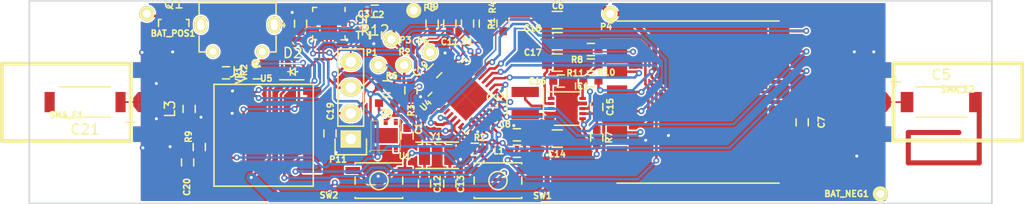
<source format=kicad_pcb>
(kicad_pcb (version 4) (host pcbnew "(2016-02-18 BZR 6566)-product")
  (layers (0 F.Cu signal) (31 B.Cu signal) (34 B.Paste user hide) (35 F.Paste user hide) (36 B.SilkS user hide) (37 F.SilkS user hide) (38 B.Mask user hide) (39 F.Mask user) (44 Edge.Cuts user))
  (net 0 "")
  (net 1 /GPS/GPS_FEEDER)
  (net 2 +3V3)
  (net 3 GND)
  (net 4 "Net-(C4-Pad1)")
  (net 5 "Net-(D1-Pad1)")
  (net 6 "Net-(D1-Pad2)")
  (net 7 "Net-(L1-Pad1)")
  (net 8 "Net-(P1-Pad1)")
  (net 9 "Net-(P2-Pad1)")
  (net 10 "Net-(P3-Pad1)")
  (net 11 /MCU/#RESET)
  (net 12 "Net-(C11-Pad1)")
  (net 13 "Net-(C12-Pad1)")
  (net 14 "Net-(C13-Pad2)")
  (net 15 /MCU/AIN_6)
  (net 16 /MCU/MPU_SDA)
  (net 17 /MCU/MPU_SCL)
  (net 18 "Net-(C15-Pad2)")
  (net 19 "Net-(C20-Pad1)")
  (net 20 "Net-(R9-Pad2)")
  (net 21 /MCU/MPU_MISO)
  (net 22 /MCU/MPU_MOSI)
  (net 23 /MCU/MPU_SCK)
  (net 24 /MCU/MPU_SS)
  (net 25 /MCU/MPU_D14)
  (net 26 /MCU/MPU_INT9)
  (net 27 /MCU/MPU_IN14)
  (net 28 /MCU/MPU_INT5)
  (net 29 /9axis/INT_9AXIS)
  (net 30 /MCU/MPU_TX1)
  (net 31 /MCU/MPU_RX1)
  (net 32 "Net-(SW1-Pad1)")
  (net 33 "Net-(SW2-Pad1)")
  (net 34 "Net-(C16-Pad1)")
  (net 35 "Net-(IC1-Pad3)")
  (net 36 "Net-(IC1-Pad10)")
  (net 37 "/Battery and USB Connector/V_BAT")
  (net 38 "Net-(C14-Pad1)")
  (net 39 "Net-(D2-Pad2)")
  (net 40 "/Battery and USB Connector/D-")
  (net 41 "/Battery and USB Connector/D+")
  (net 42 "Net-(J1-Pad4)")
  (net 43 "Net-(J1-Pad6)")
  (net 44 "Net-(J1-Pad7)")
  (net 45 "Net-(J1-Pad8)")
  (net 46 "Net-(J1-Pad9)")
  (net 47 "Net-(U1-Pad3)")
  (net 48 "Net-(U1-Pad4)")
  (net 49 "Net-(U2-Pad2)")
  (net 50 "Net-(U2-Pad3)")
  (net 51 "Net-(U2-Pad4)")
  (net 52 "Net-(U2-Pad5)")
  (net 53 "Net-(U2-Pad6)")
  (net 54 "Net-(U2-Pad7)")
  (net 55 "Net-(U2-Pad14)")
  (net 56 "Net-(U2-Pad15)")
  (net 57 "Net-(U2-Pad16)")
  (net 58 "Net-(U2-Pad17)")
  (net 59 "Net-(U2-Pad19)")
  (net 60 "Net-(U2-Pad21)")
  (net 61 "Net-(U3-Pad7)")
  (net 62 "Net-(U3-Pad11)")
  (net 63 "Net-(U3-Pad12)")
  (net 64 "Net-(U4-Pad3)")
  (net 65 "Net-(U4-Pad4)")
  (net 66 "Net-(U5-Pad4)")
  (net 67 "Net-(U5-Pad5)")
  (net 68 "Net-(U5-Pad13)")
  (net 69 "Net-(U5-Pad15)")
  (net 70 "Net-(U5-Pad18)")
  (net 71 "Net-(C5-Pad1)")
  (net 72 "Net-(C5-Pad2)")
  (net 73 "Net-(C21-Pad2)")
  (module edgemount_sma:SMA_EDGE (layer F.Cu) (at 186.644 78.73508)
    (fp_text reference SMA_E2 (at 0 0) (layer F.SilkS) (effects (font (size 0.6 0.6))))
    (fp_text value SMA_EDGE hide)
    (pad 0 connect rect (at -8.8773 -1.89484) (size 4.572 1.524) (layers *.Cu F.Mask) (net 3 GND))
    (pad 1 connect trapezoid (at -6.858 1.27) (size 0.50038 1.39954) (rect_delta 0.59944 0) (layers F.Cu F.Mask) (net 71 "Net-(C5-Pad1)"))
    (pad 2 connect rect (at -8.8773 4.42976) (size 4.572 1.524) (layers *.Cu F.Mask) (net 3 GND))
    (pad 1 connect rect (at -9.144 1.27) (size 4.07162 1.99898) (layers F.Cu F.Mask) (net 71 "Net-(C5-Pad1)"))
    (pad 3 connect rect (at -8.8773 -1.89484) (size 4.572 1.524) (layers B.Cu B.Mask) (net 3 GND))
    (pad 4 connect rect (at -8.8773 4.42976) (size 4.572 1.524) (layers B.Cu B.Mask) (net 3 GND))
  )
  (module Housings_DFN_QFN:QFN-32-1EP_5x5mm_Pitch0.5mm (layer F.Cu) (at 138.07 79.409759 45)
    (fp_text reference U4 (at -3.408425 -2.163576 45) (layer F.SilkS) (effects (font (size 0.6 0.6))))
    (fp_text value SAMD21E17A)
    (pad 1 smd rect (at -2.4 -1.75 45) (size 0.7 0.25) (layers F.Cu F.Paste F.Mask) (net 13 "Net-(C12-Pad1)"))
    (pad 2 smd rect (at -2.4 -1.25 45) (size 0.7 0.25) (layers F.Cu F.Paste F.Mask) (net 14 "Net-(C13-Pad2)"))
    (pad 3 smd rect (at -2.4 -0.75 45) (size 0.7 0.25) (layers F.Cu F.Paste F.Mask) (net 64 "Net-(U4-Pad3)"))
    (pad 4 smd rect (at -2.4 -0.25 45) (size 0.7 0.25) (layers F.Cu F.Paste F.Mask) (net 65 "Net-(U4-Pad4)"))
    (pad 5 smd rect (at -2.4 0.25 45) (size 0.7 0.25) (layers F.Cu F.Paste F.Mask) (net 29 /9axis/INT_9AXIS))
    (pad 6 smd rect (at -2.4 0.75 45) (size 0.7 0.25) (layers F.Cu F.Paste F.Mask) (net 28 /MCU/MPU_INT5))
    (pad 7 smd rect (at -2.4 1.25 45) (size 0.7 0.25) (layers F.Cu F.Paste F.Mask) (net 15 /MCU/AIN_6))
    (pad 8 smd rect (at -2.4 1.75 45) (size 0.7 0.25) (layers F.Cu F.Paste F.Mask) (net 32 "Net-(SW1-Pad1)"))
    (pad 9 smd rect (at -1.75 2.4 135) (size 0.7 0.25) (layers F.Cu F.Paste F.Mask) (net 7 "Net-(L1-Pad1)"))
    (pad 10 smd rect (at -1.25 2.4 135) (size 0.7 0.25) (layers F.Cu F.Paste F.Mask) (net 3 GND))
    (pad 11 smd rect (at -0.75 2.4 135) (size 0.7 0.25) (layers F.Cu F.Paste F.Mask) (net 33 "Net-(SW2-Pad1)"))
    (pad 12 smd rect (at -0.25 2.4 135) (size 0.7 0.25) (layers F.Cu F.Paste F.Mask) (net 26 /MCU/MPU_INT9))
    (pad 13 smd rect (at 0.25 2.4 135) (size 0.7 0.25) (layers F.Cu F.Paste F.Mask) (net 30 /MCU/MPU_TX1))
    (pad 14 smd rect (at 0.75 2.4 135) (size 0.7 0.25) (layers F.Cu F.Paste F.Mask) (net 31 /MCU/MPU_RX1))
    (pad 15 smd rect (at 1.25 2.4 135) (size 0.7 0.25) (layers F.Cu F.Paste F.Mask) (net 25 /MCU/MPU_D14))
    (pad 16 smd rect (at 1.75 2.4 135) (size 0.7 0.25) (layers F.Cu F.Paste F.Mask) (net 27 /MCU/MPU_IN14))
    (pad 17 smd rect (at 2.4 1.75 45) (size 0.7 0.25) (layers F.Cu F.Paste F.Mask) (net 16 /MCU/MPU_SDA))
    (pad 18 smd rect (at 2.4 1.25 45) (size 0.7 0.25) (layers F.Cu F.Paste F.Mask) (net 17 /MCU/MPU_SCL))
    (pad 19 smd rect (at 2.4 0.75 45) (size 0.7 0.25) (layers F.Cu F.Paste F.Mask) (net 22 /MCU/MPU_MOSI))
    (pad 20 smd rect (at 2.4 0.25 45) (size 0.7 0.25) (layers F.Cu F.Paste F.Mask) (net 23 /MCU/MPU_SCK))
    (pad 21 smd rect (at 2.4 -0.25 45) (size 0.7 0.25) (layers F.Cu F.Paste F.Mask) (net 21 /MCU/MPU_MISO))
    (pad 22 smd rect (at 2.4 -0.75 45) (size 0.7 0.25) (layers F.Cu F.Paste F.Mask) (net 24 /MCU/MPU_SS))
    (pad 23 smd rect (at 2.4 -1.25 45) (size 0.7 0.25) (layers F.Cu F.Paste F.Mask) (net 40 "/Battery and USB Connector/D-"))
    (pad 24 smd rect (at 2.4 -1.75 45) (size 0.7 0.25) (layers F.Cu F.Paste F.Mask) (net 41 "/Battery and USB Connector/D+"))
    (pad 25 smd rect (at 1.75 -2.4 135) (size 0.7 0.25) (layers F.Cu F.Paste F.Mask) (net 8 "Net-(P1-Pad1)"))
    (pad 26 smd rect (at 1.25 -2.4 135) (size 0.7 0.25) (layers F.Cu F.Paste F.Mask) (net 11 /MCU/#RESET))
    (pad 27 smd rect (at 0.75 -2.4 135) (size 0.7 0.25) (layers F.Cu F.Paste F.Mask) (net 5 "Net-(D1-Pad1)"))
    (pad 28 smd rect (at 0.25 -2.4 135) (size 0.7 0.25) (layers F.Cu F.Paste F.Mask) (net 3 GND))
    (pad 29 smd rect (at -0.25 -2.4 135) (size 0.7 0.25) (layers F.Cu F.Paste F.Mask) (net 12 "Net-(C11-Pad1)"))
    (pad 30 smd rect (at -0.75 -2.4 135) (size 0.7 0.25) (layers F.Cu F.Paste F.Mask) (net 2 +3V3))
    (pad 31 smd rect (at -1.25 -2.4 135) (size 0.7 0.25) (layers F.Cu F.Paste F.Mask) (net 10 "Net-(P3-Pad1)"))
    (pad 32 smd rect (at -1.75 -2.4 135) (size 0.7 0.25) (layers F.Cu F.Paste F.Mask) (net 9 "Net-(P2-Pad1)"))
    (pad 33 smd rect (at 0.8625 0.8625 45) (size 1.725 1.725) (layers F.Cu F.Paste F.Mask))
    (pad 33 smd rect (at 0.8625 -0.8625 45) (size 1.725 1.725) (layers F.Cu F.Paste F.Mask))
    (pad 33 smd rect (at -0.8625 0.8625 45) (size 1.725 1.725) (layers F.Cu F.Paste F.Mask))
    (pad 33 smd rect (at -0.8625 -0.8625 45) (size 1.725 1.725) (layers F.Cu F.Paste F.Mask))
  )
  (module Capacitors_SMD:C_0603 (layer F.Cu) (at 132.28 83.31 270)
    (fp_text reference C1 (at -0.7 -1.14 270) (layer F.SilkS) (effects (font (size 0.6 0.6))))
    (fp_text value 100nF)
    (pad 1 smd rect (at -0.75 0 270) (size 0.8 0.75) (layers F.Cu F.Paste F.Mask) (net 2 +3V3))
    (pad 2 smd rect (at 0.75 0 270) (size 0.8 0.75) (layers F.Cu F.Paste F.Mask) (net 3 GND))
  )
  (module Capacitors_SMD:C_0603 (layer F.Cu) (at 129.16 73.41 270)
    (fp_text reference C2 (at -2.04 -0.27 360) (layer F.SilkS) (effects (font (size 0.6 0.6))))
    (fp_text value 100nF)
    (pad 1 smd rect (at -0.75 0 270) (size 0.8 0.75) (layers F.Cu F.Paste F.Mask) (net 2 +3V3))
    (pad 2 smd rect (at 0.75 0 270) (size 0.8 0.75) (layers F.Cu F.Paste F.Mask) (net 3 GND))
  )
  (module Capacitors_SMD:C_0603 (layer F.Cu) (at 128.07 73.4 270)
    (fp_text reference C3 (at -2.07 0.08 360) (layer F.SilkS) (effects (font (size 0.6 0.6))))
    (fp_text value 10nF)
    (pad 1 smd rect (at -0.75 0 270) (size 0.8 0.75) (layers F.Cu F.Paste F.Mask) (net 2 +3V3))
    (pad 2 smd rect (at 0.75 0 270) (size 0.8 0.75) (layers F.Cu F.Paste F.Mask) (net 3 GND))
  )
  (module Capacitors_SMD:C_0603 (layer F.Cu) (at 121.77 72.26 90)
    (fp_text reference C4 (at -0.08 -2.04 180) (layer F.SilkS) (effects (font (size 0.6 0.6))))
    (fp_text value 100nF)
    (pad 1 smd rect (at -0.75 0 90) (size 0.8 0.75) (layers F.Cu F.Paste F.Mask) (net 4 "Net-(C4-Pad1)"))
    (pad 2 smd rect (at 0.75 0 90) (size 0.8 0.75) (layers F.Cu F.Paste F.Mask) (net 3 GND))
  )
  (module Capacitors_SMD:C_0603 (layer F.Cu) (at 138.25 72.25 90)
    (fp_text reference D1 (at -1.75 0 180) (layer F.SilkS) (effects (font (size 0.6 0.6))))
    (fp_text value LED)
    (pad 1 smd rect (at -0.75 0 90) (size 0.8 0.75) (layers F.Cu F.Paste F.Mask) (net 5 "Net-(D1-Pad1)"))
    (pad 2 smd rect (at 0.75 0 90) (size 0.8 0.75) (layers F.Cu F.Paste F.Mask) (net 6 "Net-(D1-Pad2)"))
  )
  (module Measurement_Points:Measurement_Point_Round-TH_Small (layer F.Cu) (at 129.46 76.36)
    (fp_text reference P1 (at -0.67 -1.24) (layer F.SilkS) (effects (font (size 0.6 0.6))))
    (fp_text value BL_PAD)
    (pad 1 thru_hole circle (at 0 0) (size 1.50114 1.50114) (drill 0.8001) (layers *.Cu *.Mask F.SilkS) (net 8 "Net-(P1-Pad1)"))
  )
  (module Measurement_Points:Measurement_Point_Round-TH_Small (layer F.Cu) (at 132 76.36)
    (fp_text reference P2 (at 0.03 -1.29) (layer F.SilkS) (effects (font (size 0.6 0.6))))
    (fp_text value SWD_DAT)
    (pad 1 thru_hole circle (at 0 0) (size 1.50114 1.50114) (drill 0.8001) (layers *.Cu *.Mask F.SilkS) (net 9 "Net-(P2-Pad1)"))
  )
  (module Measurement_Points:Measurement_Point_Round-TH_Small (layer F.Cu) (at 130.73 73.82)
    (fp_text reference P3 (at 1.38 0.06) (layer F.SilkS) (effects (font (size 0.6 0.6))))
    (fp_text value SWD_CLK)
    (pad 1 thru_hole circle (at 0 0) (size 1.50114 1.50114) (drill 0.8001) (layers *.Cu *.Mask F.SilkS) (net 10 "Net-(P3-Pad1)"))
  )
  (module Measurement_Points:Measurement_Point_Round-TH_Small (layer F.Cu) (at 152.32 71.28)
    (fp_text reference P4 (at -0.4 1.28) (layer F.SilkS) (effects (font (size 0.6 0.6))))
    (fp_text value SWD_3V3)
    (pad 1 thru_hole circle (at 0 0) (size 1.50114 1.50114) (drill 0.8001) (layers *.Cu *.Mask F.SilkS) (net 2 +3V3))
  )
  (module Measurement_Points:Measurement_Point_Round-TH_Small (layer F.Cu) (at 132.94 70.95)
    (fp_text reference P5 (at 1.54 -0.25) (layer F.SilkS) (effects (font (size 0.6 0.6))))
    (fp_text value SWD_GND)
    (pad 1 thru_hole circle (at 0 0) (size 1.50114 1.50114) (drill 0.8001) (layers *.Cu *.Mask F.SilkS) (net 3 GND))
  )
  (module Measurement_Points:Measurement_Point_Round-TH_Small (layer F.Cu) (at 134.54 75.09)
    (fp_text reference P6 (at -0.68 -1.04) (layer F.SilkS) (effects (font (size 0.6 0.6))))
    (fp_text value SWD_RST)
    (pad 1 thru_hole circle (at 0 0) (size 1.50114 1.50114) (drill 0.8001) (layers *.Cu *.Mask F.SilkS) (net 11 /MCU/#RESET))
  )
  (module Capacitors_SMD:C_0603 (layer F.Cu) (at 141.75 72.25 270)
    (fp_text reference R1 (at 0 1.12 270) (layer F.SilkS) (effects (font (size 0.6 0.6))))
    (fp_text value 10k)
    (pad 1 smd rect (at -0.75 0 270) (size 0.8 0.75) (layers F.Cu F.Paste F.Mask) (net 2 +3V3))
    (pad 2 smd rect (at 0.75 0 270) (size 0.8 0.75) (layers F.Cu F.Paste F.Mask) (net 11 /MCU/#RESET))
  )
  (module Capacitors_SMD:C_0603 (layer F.Cu) (at 138.95 84.66 180)
    (fp_text reference R2 (at -0.5 1.15 180) (layer F.SilkS) (effects (font (size 0.6 0.6))))
    (fp_text value 10k)
    (pad 1 smd rect (at -0.75 0 180) (size 0.8 0.75) (layers F.Cu F.Paste F.Mask) (net 37 "/Battery and USB Connector/V_BAT"))
    (pad 2 smd rect (at 0.75 0 180) (size 0.8 0.75) (layers F.Cu F.Paste F.Mask) (net 15 /MCU/AIN_6))
  )
  (module Capacitors_SMD:C_0603 (layer F.Cu) (at 132.66 78.84 270)
    (fp_text reference R3 (at 1.99 -0.03 270) (layer F.SilkS) (effects (font (size 0.6 0.6))))
    (fp_text value 2k)
    (pad 1 smd rect (at -0.75 0 270) (size 0.8 0.75) (layers F.Cu F.Paste F.Mask) (net 15 /MCU/AIN_6))
    (pad 2 smd rect (at 0.75 0 270) (size 0.8 0.75) (layers F.Cu F.Paste F.Mask) (net 3 GND))
  )
  (module Capacitors_SMD:C_0603 (layer F.Cu) (at 140 72.25 90)
    (fp_text reference R4 (at 1.59 0.72 90) (layer F.SilkS) (effects (font (size 0.6 0.6))))
    (fp_text value 1k)
    (pad 1 smd rect (at -0.75 0 90) (size 0.8 0.75) (layers F.Cu F.Paste F.Mask) (net 2 +3V3))
    (pad 2 smd rect (at 0.75 0 90) (size 0.8 0.75) (layers F.Cu F.Paste F.Mask) (net 6 "Net-(D1-Pad2)"))
  )
  (module Capacitors_SMD:C_0603 (layer F.Cu) (at 130.26 80.1 180)
    (fp_text reference R5 (at 0.01 -1.09 180) (layer F.SilkS) (effects (font (size 0.6 0.6))))
    (fp_text value 1k)
    (pad 1 smd rect (at -0.75 0 180) (size 0.8 0.75) (layers F.Cu F.Paste F.Mask) (net 2 +3V3))
    (pad 2 smd rect (at 0.75 0 180) (size 0.8 0.75) (layers F.Cu F.Paste F.Mask) (net 16 /MCU/MPU_SDA))
  )
  (module Capacitors_SMD:C_0603 (layer F.Cu) (at 130.25 78.5 180)
    (fp_text reference R6 (at -0.51 1.09 180) (layer F.SilkS) (effects (font (size 0.6 0.6))))
    (fp_text value 1k)
    (pad 1 smd rect (at -0.75 0 180) (size 0.8 0.75) (layers F.Cu F.Paste F.Mask) (net 2 +3V3))
    (pad 2 smd rect (at 0.75 0 180) (size 0.8 0.75) (layers F.Cu F.Paste F.Mask) (net 17 /MCU/MPU_SCL))
  )
  (module Capacitors_SMD:C_0603 (layer F.Cu) (at 151 83.5 90)
    (fp_text reference R7 (at 0.02 1.2 90) (layer F.SilkS) (effects (font (size 0.6 0.6))))
    (fp_text value 2M)
    (pad 1 smd rect (at -0.75 0 90) (size 0.8 0.75) (layers F.Cu F.Paste F.Mask) (net 38 "Net-(C14-Pad1)"))
    (pad 2 smd rect (at 0.75 0 90) (size 0.8 0.75) (layers F.Cu F.Paste F.Mask) (net 18 "Net-(C15-Pad2)"))
  )
  (module Capacitors_SMD:C_0603 (layer F.Cu) (at 150.42 74.81 180)
    (fp_text reference R8 (at 1.37 -1.005 180) (layer F.SilkS) (effects (font (size 0.6 0.6))))
    (fp_text value 220K)
    (pad 1 smd rect (at -0.75 0 180) (size 0.8 0.75) (layers F.Cu F.Paste F.Mask) (net 18 "Net-(C15-Pad2)"))
    (pad 2 smd rect (at 0.75 0 180) (size 0.8 0.75) (layers F.Cu F.Paste F.Mask) (net 3 GND))
  )
  (module Capacitors_SMD:C_0603 (layer F.Cu) (at 111.77 84.44 90)
    (fp_text reference R9 (at 1.02 -1.06 90) (layer F.SilkS) (effects (font (size 0.6 0.6))))
    (fp_text value 10R)
    (pad 1 smd rect (at -0.75 0 90) (size 0.8 0.75) (layers F.Cu F.Paste F.Mask) (net 19 "Net-(C20-Pad1)"))
    (pad 2 smd rect (at 0.75 0 90) (size 0.8 0.75) (layers F.Cu F.Paste F.Mask) (net 20 "Net-(R9-Pad2)"))
  )
  (module Capacitors_SMD:C_0603 (layer F.Cu) (at 117.45 77.11)
    (fp_text reference VR1 (at -1.79 0.24 90) (layer F.SilkS) (effects (font (size 0.6 0.6))))
    (fp_text value CG0603MLC-05E)
    (pad 1 smd rect (at -0.75 0) (size 0.8 0.75) (layers F.Cu F.Paste F.Mask) (net 40 "/Battery and USB Connector/D-"))
    (pad 2 smd rect (at 0.75 0) (size 0.8 0.75) (layers F.Cu F.Paste F.Mask) (net 3 GND))
  )
  (module Capacitors_SMD:C_0603 (layer F.Cu) (at 114.41 77.11 180)
    (fp_text reference VR2 (at -1.76 0.01 270) (layer F.SilkS) (effects (font (size 0.6 0.6))))
    (fp_text value CG0603MLC-05E)
    (pad 1 smd rect (at -0.75 0 180) (size 0.8 0.75) (layers F.Cu F.Paste F.Mask) (net 41 "/Battery and USB Connector/D+"))
    (pad 2 smd rect (at 0.75 0 180) (size 0.8 0.75) (layers F.Cu F.Paste F.Mask) (net 3 GND))
  )
  (module ABS07_abracon:ABS07 (layer F.Cu) (at 135.25 85.25 180)
    (fp_text reference Y1 (at 0.09 1.87 180) (layer F.SilkS) (effects (font (size 0.6 0.6))))
    (fp_text value 32.768kHz)
    (pad 2 smd rect (at 1.25 0 180) (size 1.1 1.9) (layers F.Cu F.Paste F.Mask) (net 13 "Net-(C12-Pad1)"))
    (pad 1 smd rect (at -1.25 0 180) (size 1.1 1.9) (layers F.Cu F.Paste F.Mask) (net 14 "Net-(C13-Pad2)"))
  )
  (module Capacitors_SMD:C_0603 (layer F.Cu) (at 143.12 83.23 180)
    (fp_text reference C8 (at 1.2 1.04 180) (layer F.SilkS) (effects (font (size 0.6 0.6))))
    (fp_text value 100n)
    (pad 1 smd rect (at -0.75 0 180) (size 0.8 0.75) (layers F.Cu F.Paste F.Mask) (net 2 +3V3))
    (pad 2 smd rect (at 0.75 0 180) (size 0.8 0.75) (layers F.Cu F.Paste F.Mask) (net 3 GND))
  )
  (module Capacitors_SMD:C_0603 (layer F.Cu) (at 134.75 72.25 90)
    (fp_text reference C9 (at 1.69 0.05 180) (layer F.SilkS) (effects (font (size 0.6 0.6))))
    (fp_text value 1u)
    (pad 1 smd rect (at -0.75 0 90) (size 0.8 0.75) (layers F.Cu F.Paste F.Mask) (net 2 +3V3))
    (pad 2 smd rect (at 0.75 0 90) (size 0.8 0.75) (layers F.Cu F.Paste F.Mask) (net 3 GND))
  )
  (module Capacitors_SMD:C_0603 (layer F.Cu) (at 135.03033 76.91967 45)
    (fp_text reference C10 (at -0.863137 -1.159655 45) (layer F.SilkS) (effects (font (size 0.6 0.6))))
    (fp_text value 100n)
    (pad 1 smd rect (at -0.75 0 45) (size 0.8 0.75) (layers F.Cu F.Paste F.Mask) (net 2 +3V3))
    (pad 2 smd rect (at 0.75 0 45) (size 0.8 0.75) (layers F.Cu F.Paste F.Mask) (net 3 GND))
  )
  (module Capacitors_SMD:C_0603 (layer F.Cu) (at 136.5 72.25 90)
    (fp_text reference C11 (at -1.8 -0.02 180) (layer F.SilkS) (effects (font (size 0.6 0.6))))
    (fp_text value 1u)
    (pad 1 smd rect (at -0.75 0 90) (size 0.8 0.75) (layers F.Cu F.Paste F.Mask) (net 12 "Net-(C11-Pad1)"))
    (pad 2 smd rect (at 0.75 0 90) (size 0.8 0.75) (layers F.Cu F.Paste F.Mask) (net 3 GND))
  )
  (module Capacitors_SMD:C_0603 (layer F.Cu) (at 134 88.04 270)
    (fp_text reference C12 (at 0.05 -1.27 450) (layer F.SilkS) (effects (font (size 0.6 0.6))))
    (fp_text value 22p)
    (pad 1 smd rect (at -0.75 0 270) (size 0.8 0.75) (layers F.Cu F.Paste F.Mask) (net 13 "Net-(C12-Pad1)"))
    (pad 2 smd rect (at 0.75 0 270) (size 0.8 0.75) (layers F.Cu F.Paste F.Mask) (net 3 GND))
  )
  (module Capacitors_SMD:C_0603 (layer F.Cu) (at 136.5 88.05 90)
    (fp_text reference C13 (at -0.04 1.08 270) (layer F.SilkS) (effects (font (size 0.6 0.6))))
    (fp_text value 22p)
    (pad 1 smd rect (at -0.75 0 90) (size 0.8 0.75) (layers F.Cu F.Paste F.Mask) (net 3 GND))
    (pad 2 smd rect (at 0.75 0 90) (size 0.8 0.75) (layers F.Cu F.Paste F.Mask) (net 14 "Net-(C13-Pad2)"))
  )
  (module timhawes:SHT21 (layer F.Cu) (at 130.17 83.31)
    (fp_text reference U1 (at 1.89 2.01) (layer F.SilkS) (effects (font (size 0.6 0.6))))
    (fp_text value SHT21 hide)
    (pad "" smd rect (at 0 0) (size 2.4 1.5) (layers F.Cu F.Paste F.Mask))
    (pad 1 smd rect (at -1 1.35) (size 0.4 0.6) (layers F.Cu F.Paste F.Mask) (net 16 /MCU/MPU_SDA))
    (pad 2 smd rect (at 0 1.35) (size 0.4 0.6) (layers F.Cu F.Paste F.Mask) (net 3 GND))
    (pad 3 smd rect (at 1 1.35) (size 0.4 0.6) (layers F.Cu F.Paste F.Mask) (net 47 "Net-(U1-Pad3)"))
    (pad 4 smd rect (at 1 -1.35) (size 0.4 0.6) (layers F.Cu F.Paste F.Mask) (net 48 "Net-(U1-Pad4)"))
    (pad 5 smd rect (at 0 -1.35) (size 0.4 0.6) (layers F.Cu F.Paste F.Mask) (net 2 +3V3))
    (pad 6 smd rect (at -1 -1.35) (size 0.4 0.6) (layers F.Cu F.Paste F.Mask) (net 17 /MCU/MPU_SCL))
  )
  (module RFM95W:RFM9xW (layer F.Cu) (at 161 80)
    (fp_text reference U3 hide)
    (fp_text value RFM9xW)
    (pad 1 smd rect (at -8 -7) (size 2 1.3) (layers F.Cu F.Paste F.Mask) (net 3 GND))
    (pad 2 smd rect (at -8 -5) (size 2 1.3) (layers F.Cu F.Paste F.Mask) (net 21 /MCU/MPU_MISO))
    (pad 3 smd rect (at -8 -3) (size 2 1.3) (layers F.Cu F.Paste F.Mask) (net 22 /MCU/MPU_MOSI))
    (pad 4 smd rect (at -8 -1) (size 2 1.3) (layers F.Cu F.Paste F.Mask) (net 23 /MCU/MPU_SCK))
    (pad 5 smd rect (at -8 1) (size 2 1.3) (layers F.Cu F.Paste F.Mask) (net 24 /MCU/MPU_SS))
    (pad 6 smd rect (at -8 3) (size 2 1.3) (layers F.Cu F.Paste F.Mask) (net 25 /MCU/MPU_D14))
    (pad 7 smd rect (at -8 5) (size 2 1.3) (layers F.Cu F.Paste F.Mask) (net 61 "Net-(U3-Pad7)"))
    (pad 8 smd rect (at -8 7) (size 2 1.3) (layers F.Cu F.Paste F.Mask) (net 3 GND))
    (pad 9 smd rect (at 8 7) (size 2 1.3) (layers F.Cu F.Paste F.Mask) (net 71 "Net-(C5-Pad1)"))
    (pad 10 smd rect (at 8 5) (size 2 1.3) (layers F.Cu F.Paste F.Mask) (net 3 GND))
    (pad 11 smd rect (at 8 3) (size 2 1.3) (layers F.Cu F.Paste F.Mask) (net 62 "Net-(U3-Pad11)"))
    (pad 12 smd rect (at 8 1) (size 2 1.3) (layers F.Cu F.Paste F.Mask) (net 63 "Net-(U3-Pad12)"))
    (pad 13 smd rect (at 8 -1) (size 2 1.3) (layers F.Cu F.Paste F.Mask) (net 2 +3V3))
    (pad 14 smd rect (at 8 -3) (size 2 1.3) (layers F.Cu F.Paste F.Mask) (net 26 /MCU/MPU_INT9))
    (pad 15 smd rect (at 8 -5) (size 2 1.3) (layers F.Cu F.Paste F.Mask) (net 27 /MCU/MPU_IN14))
    (pad 16 smd rect (at 8 -7) (size 2 1.3) (layers F.Cu F.Paste F.Mask) (net 28 /MCU/MPU_INT5))
  )
  (module _sensors:MAX-M8 (layer F.Cu) (at 118.12 87.7 180)
    (fp_text reference U5 (at -0.26 10.04 180) (layer F.SilkS) (effects (font (size 0.6 0.6))))
    (fp_text value MAX-M8)
    (pad 1 smd rect (at -4.8 0 180) (size 1.8 0.7) (layers F.Cu F.Paste F.Mask) (net 3 GND))
    (pad 2 smd rect (at -4.8 1.1 180) (size 1.8 0.8) (layers F.Cu F.Paste F.Mask) (net 31 /MCU/MPU_RX1))
    (pad 3 smd rect (at -4.8 2.2 180) (size 1.8 0.8) (layers F.Cu F.Paste F.Mask) (net 30 /MCU/MPU_TX1))
    (pad 4 smd rect (at -4.8 3.3 180) (size 1.8 0.8) (layers F.Cu F.Paste F.Mask) (net 66 "Net-(U5-Pad4)"))
    (pad 5 smd rect (at -4.8 4.4 180) (size 1.8 0.8) (layers F.Cu F.Paste F.Mask) (net 67 "Net-(U5-Pad5)"))
    (pad 6 smd rect (at -4.8 5.5 180) (size 1.8 0.8) (layers F.Cu F.Paste F.Mask) (net 2 +3V3))
    (pad 7 smd rect (at -4.8 6.6 180) (size 1.8 0.8) (layers F.Cu F.Paste F.Mask) (net 2 +3V3))
    (pad 8 smd rect (at -4.8 7.7 180) (size 1.8 0.8) (layers F.Cu F.Paste F.Mask) (net 2 +3V3))
    (pad 9 smd rect (at -4.8 8.8 180) (size 1.8 0.8) (layers F.Cu F.Paste F.Mask) (net 2 +3V3))
    (pad 10 smd rect (at 4.8 8.8 180) (size 1.8 0.8) (layers F.Cu F.Paste F.Mask) (net 3 GND))
    (pad 11 smd rect (at 4.8 7.7 180) (size 1.8 0.8) (layers F.Cu F.Paste F.Mask) (net 1 /GPS/GPS_FEEDER))
    (pad 12 smd rect (at 4.8 6.6 180) (size 1.8 0.8) (layers F.Cu F.Paste F.Mask) (net 3 GND))
    (pad 13 smd rect (at 4.8 5.5 180) (size 1.8 0.8) (layers F.Cu F.Paste F.Mask) (net 68 "Net-(U5-Pad13)"))
    (pad 14 smd rect (at 4.8 4.4 180) (size 1.8 0.8) (layers F.Cu F.Paste F.Mask) (net 20 "Net-(R9-Pad2)"))
    (pad 15 smd rect (at 4.8 3.3 180) (size 1.8 0.8) (layers F.Cu F.Paste F.Mask) (net 69 "Net-(U5-Pad15)"))
    (pad 16 smd rect (at 4.8 2.2 180) (size 1.8 0.8) (layers F.Cu F.Paste F.Mask) (net 16 /MCU/MPU_SDA))
    (pad 17 smd rect (at 4.8 1.1 180) (size 1.8 0.8) (layers F.Cu F.Paste F.Mask) (net 17 /MCU/MPU_SCL))
    (pad 18 smd rect (at 4.8 0 180) (size 1.8 0.7) (layers F.Cu F.Paste F.Mask) (net 70 "Net-(U5-Pad18)"))
  )
  (module Capacitors_SMD:C_0805 (layer F.Cu) (at 147.1 71.9)
    (fp_text reference C6 (at 0.064 -1.395) (layer F.SilkS) (effects (font (size 0.6 0.6))))
    (fp_text value 10uF)
    (pad 1 smd rect (at -1 0) (size 1 1.25) (layers F.Cu F.Paste F.Mask) (net 2 +3V3))
    (pad 2 smd rect (at 1 0) (size 1 1.25) (layers F.Cu F.Paste F.Mask) (net 3 GND))
  )
  (module Capacitors_SMD:C_0603 (layer F.Cu) (at 171.275 82 270)
    (fp_text reference C7 (at 0 -1.9 270) (layer F.SilkS) (effects (font (size 0.6 0.6))))
    (fp_text value 100nF)
    (pad 1 smd rect (at -0.75 0 270) (size 0.8 0.75) (layers F.Cu F.Paste F.Mask) (net 2 +3V3))
    (pad 2 smd rect (at 0.75 0 270) (size 0.8 0.75) (layers F.Cu F.Paste F.Mask) (net 3 GND))
  )
  (module Capacitors_SMD:C_0805 (layer F.Cu) (at 147.1 83.6)
    (fp_text reference C14 (at -0.034 1.537) (layer F.SilkS) (effects (font (size 0.6 0.6))))
    (fp_text value 10uF)
    (pad 1 smd rect (at -1 0) (size 1 1.25) (layers F.Cu F.Paste F.Mask) (net 38 "Net-(C14-Pad1)"))
    (pad 2 smd rect (at 1 0) (size 1 1.25) (layers F.Cu F.Paste F.Mask) (net 3 GND))
  )
  (module Capacitors_SMD:C_0603 (layer F.Cu) (at 151 80.49 270)
    (fp_text reference C15 (at -0.005 -1.321 270) (layer F.SilkS) (effects (font (size 0.6 0.6))))
    (fp_text value 100nF)
    (pad 1 smd rect (at -0.75 0 270) (size 0.8 0.75) (layers F.Cu F.Paste F.Mask) (net 38 "Net-(C14-Pad1)"))
    (pad 2 smd rect (at 0.75 0 270) (size 0.8 0.75) (layers F.Cu F.Paste F.Mask) (net 18 "Net-(C15-Pad2)"))
  )
  (module Capacitors_SMD:C_0603 (layer F.Cu) (at 147.46 77.92)
    (fp_text reference C16 (at -2.33 0.02) (layer F.SilkS) (effects (font (size 0.6 0.6))))
    (fp_text value 100nF)
    (pad 1 smd rect (at -0.75 0) (size 0.8 0.75) (layers F.Cu F.Paste F.Mask) (net 34 "Net-(C16-Pad1)"))
    (pad 2 smd rect (at 0.75 0) (size 0.8 0.75) (layers F.Cu F.Paste F.Mask) (net 3 GND))
  )
  (module Capacitors_SMD:C_0805 (layer F.Cu) (at 147.1 76.1)
    (fp_text reference C17 (at -2.41 -0.996) (layer F.SilkS) (effects (font (size 0.6 0.6))))
    (fp_text value 10uF)
    (pad 1 smd rect (at -1 0) (size 1 1.25) (layers F.Cu F.Paste F.Mask) (net 2 +3V3))
    (pad 2 smd rect (at 1 0) (size 1 1.25) (layers F.Cu F.Paste F.Mask) (net 3 GND))
  )
  (module Capacitors_SMD:C_0805 (layer F.Cu) (at 147.1 74)
    (fp_text reference C18 (at -2.448 -1.287) (layer F.SilkS) (effects (font (size 0.6 0.6))))
    (fp_text value 10uF)
    (pad 1 smd rect (at -1 0) (size 1 1.25) (layers F.Cu F.Paste F.Mask) (net 2 +3V3))
    (pad 2 smd rect (at 1 0) (size 1 1.25) (layers F.Cu F.Paste F.Mask) (net 3 GND))
  )
  (module Capacitors_SMD:C_0603 (layer F.Cu) (at 124.67 83.09 270)
    (fp_text reference C19 (at -2.19 -0.04 270) (layer F.SilkS) (effects (font (size 0.6 0.6))))
    (fp_text value 100nF)
    (pad 1 smd rect (at -0.75 0 270) (size 0.8 0.75) (layers F.Cu F.Paste F.Mask) (net 2 +3V3))
    (pad 2 smd rect (at 0.75 0 270) (size 0.8 0.75) (layers F.Cu F.Paste F.Mask) (net 3 GND))
  )
  (module Capacitors_SMD:C_0603 (layer F.Cu) (at 110.62 85.96 270)
    (fp_text reference C20 (at 2.42 0.07 270) (layer F.SilkS) (effects (font (size 0.6 0.6))))
    (fp_text value 33nF)
    (pad 1 smd rect (at -0.75 0 270) (size 0.8 0.75) (layers F.Cu F.Paste F.Mask) (net 19 "Net-(C20-Pad1)"))
    (pad 2 smd rect (at 0.75 0 270) (size 0.8 0.75) (layers F.Cu F.Paste F.Mask) (net 3 GND))
  )
  (module Capacitors_SMD:C_0603 (layer F.Cu) (at 143.12 84.85)
    (fp_text reference L1 (at -1.79 -0.01) (layer F.SilkS) (effects (font (size 0.6 0.6))))
    (fp_text value 100R)
    (pad 1 smd rect (at -0.75 0) (size 0.8 0.75) (layers F.Cu F.Paste F.Mask) (net 7 "Net-(L1-Pad1)"))
    (pad 2 smd rect (at 0.75 0) (size 0.8 0.75) (layers F.Cu F.Paste F.Mask) (net 2 +3V3))
  )
  (module Pin_Headers:Pin_Header_Straight_1x04 (layer F.Cu) (at 126.722 83.646 180)
    (fp_text reference P11 (at 1.252 -2.014 180) (layer F.SilkS) (effects (font (size 0.6 0.6))))
    (fp_text value CONN_01X04)
    (pad 1 thru_hole rect (at 0 0 180) (size 2.032 1.7272) (drill 1.016) (layers *.Cu *.Mask F.SilkS) (net 3 GND))
    (pad 2 thru_hole oval (at 0 2.54 180) (size 2.032 1.7272) (drill 1.016) (layers *.Cu *.Mask F.SilkS) (net 2 +3V3))
    (pad 3 thru_hole oval (at 0 5.08 180) (size 2.032 1.7272) (drill 1.016) (layers *.Cu *.Mask F.SilkS) (net 17 /MCU/MPU_SCL))
    (pad 4 thru_hole oval (at 0 7.62 180) (size 2.032 1.7272) (drill 1.016) (layers *.Cu *.Mask F.SilkS) (net 16 /MCU/MPU_SDA))
  )
  (module Buttons_Switches_SMD:SW_SPST_EVQP2 (layer F.Cu) (at 141.25 87.75)
    (fp_text reference SW1 (at 4.39 1.49) (layer F.SilkS) (effects (font (size 0.6 0.6))))
    (fp_text value SW_PUSH)
    (pad 1 smd rect (at 2.575 -1) (size 1.45 0.7) (layers F.Cu F.Paste F.Mask) (net 32 "Net-(SW1-Pad1)"))
    (pad 1 smd rect (at -2.575 -1) (size 1.45 0.7) (layers F.Cu F.Paste F.Mask) (net 32 "Net-(SW1-Pad1)"))
    (pad 2 smd rect (at -2.575 1) (size 1.45 0.7) (layers F.Cu F.Paste F.Mask) (net 3 GND))
    (pad 2 smd rect (at 2.575 1) (size 1.45 0.7) (layers F.Cu F.Paste F.Mask) (net 3 GND))
  )
  (module Buttons_Switches_SMD:SW_SPST_EVQP2 (layer F.Cu) (at 129.5 87.75)
    (fp_text reference SW2 (at -4.93 1.44) (layer F.SilkS) (effects (font (size 0.6 0.6))))
    (fp_text value SW_PUSH)
    (pad 1 smd rect (at 2.575 -1) (size 1.45 0.7) (layers F.Cu F.Paste F.Mask) (net 33 "Net-(SW2-Pad1)"))
    (pad 1 smd rect (at -2.575 -1) (size 1.45 0.7) (layers F.Cu F.Paste F.Mask) (net 33 "Net-(SW2-Pad1)"))
    (pad 2 smd rect (at -2.575 1) (size 1.45 0.7) (layers F.Cu F.Paste F.Mask) (net 3 GND))
    (pad 2 smd rect (at 2.575 1) (size 1.45 0.7) (layers F.Cu F.Paste F.Mask) (net 3 GND))
  )
  (module "TPS61200:VSON-10-1(4)EP_3x3mm_Pitch0.5mm" (layer F.Cu) (at 148.05 80.64)
    (fp_text reference IC1 (at 1.442 -2.1925) (layer F.SilkS) (effects (font (size 0.6 0.6))))
    (fp_text value TPS61201)
    (pad 1 smd rect (at -1.55 -1) (size 0.65 0.3) (layers F.Cu F.Paste F.Mask) (net 34 "Net-(C16-Pad1)"))
    (pad 2 smd rect (at -1.55 -0.5) (size 0.65 0.3) (layers F.Cu F.Paste F.Mask) (net 2 +3V3))
    (pad 3 smd rect (at -1.55 0) (size 0.65 0.3) (layers F.Cu F.Paste F.Mask) (net 35 "Net-(IC1-Pad3)"))
    (pad 4 smd rect (at -1.55 0.5) (size 0.65 0.3) (layers F.Cu F.Paste F.Mask) (net 3 GND))
    (pad 5 smd rect (at -1.55 1) (size 0.65 0.3) (layers F.Cu F.Paste F.Mask) (net 38 "Net-(C14-Pad1)"))
    (pad 6 smd rect (at 1.55 1) (size 0.65 0.3) (layers F.Cu F.Paste F.Mask) (net 38 "Net-(C14-Pad1)"))
    (pad 7 smd rect (at 1.55 0.5) (size 0.65 0.3) (layers F.Cu F.Paste F.Mask) (net 18 "Net-(C15-Pad2)"))
    (pad 8 smd rect (at 1.55 0) (size 0.65 0.3) (layers F.Cu F.Paste F.Mask) (net 38 "Net-(C14-Pad1)"))
    (pad 9 smd rect (at 1.55 -0.5) (size 0.65 0.3) (layers F.Cu F.Paste F.Mask) (net 3 GND))
    (pad 10 smd rect (at 1.55 -1) (size 0.65 0.3) (layers F.Cu F.Paste F.Mask) (net 36 "Net-(IC1-Pad10)"))
    (pad 11 smd rect (at 0.4125 0.6) (size 0.825 1.2) (layers F.Cu F.Paste F.Mask) (net 3 GND))
    (pad 11 smd rect (at 0.4125 -0.6) (size 0.825 1.2) (layers F.Cu F.Paste F.Mask) (net 3 GND))
    (pad 11 smd rect (at -0.4125 0.6) (size 0.825 1.2) (layers F.Cu F.Paste F.Mask) (net 3 GND))
    (pad 11 smd rect (at -0.4125 -0.6) (size 0.825 1.2) (layers F.Cu F.Paste F.Mask) (net 3 GND))
    (pad 12 smd rect (at 0.25 -1.5 90) (size 0.7 0.28) (layers F.Cu F.Paste F.Mask) (net 3 GND))
    (pad 13 smd rect (at -0.25 -1.5 90) (size 0.7 0.28) (layers F.Cu F.Paste F.Mask) (net 3 GND))
    (pad 14 smd rect (at -0.254 1.5 90) (size 0.7 0.28) (layers F.Cu F.Paste F.Mask) (net 3 GND))
    (pad 15 smd rect (at 0.25 1.5 90) (size 0.7 0.28) (layers F.Cu F.Paste F.Mask) (net 3 GND))
  )
  (module Capacitors_SMD:C_0603 (layer F.Cu) (at 150.42 77.9 180)
    (fp_text reference R10 (at -1.53 0.827 180) (layer F.SilkS) (effects (font (size 0.6 0.6))))
    (fp_text value DNF)
    (pad 1 smd rect (at -0.75 0 180) (size 0.8 0.75) (layers F.Cu F.Paste F.Mask) (net 2 +3V3))
    (pad 2 smd rect (at 0.75 0 180) (size 0.8 0.75) (layers F.Cu F.Paste F.Mask) (net 36 "Net-(IC1-Pad10)"))
  )
  (module Capacitors_SMD:C_0603 (layer F.Cu) (at 150.42 76.34 180)
    (fp_text reference R11 (at 1.53 -0.806 180) (layer F.SilkS) (effects (font (size 0.6 0.6))))
    (fp_text value DNF)
    (pad 1 smd rect (at -0.75 0 180) (size 0.8 0.75) (layers F.Cu F.Paste F.Mask) (net 36 "Net-(IC1-Pad10)"))
    (pad 2 smd rect (at 0.75 0 180) (size 0.8 0.75) (layers F.Cu F.Paste F.Mask) (net 3 GND))
  )
  (module Measurement_Points:Measurement_Point_Round-TH_Small (layer F.Cu) (at 178.99 89.06)
    (fp_text reference BAT_NEG1 (at -3.33 -0.01) (layer F.SilkS) (effects (font (size 0.6 0.6))))
    (fp_text value CONN_01X01)
    (pad 1 thru_hole circle (at 0 0) (size 1.50114 1.50114) (drill 0.8001) (layers *.Cu *.Mask F.SilkS) (net 3 GND))
  )
  (module Measurement_Points:Measurement_Point_Round-TH_Small (layer F.Cu) (at 106.6 71.28)
    (fp_text reference BAT_POS1 (at 2.58 1.94) (layer F.SilkS) (effects (font (size 0.6 0.6))))
    (fp_text value CONN_01X01)
    (pad 1 thru_hole circle (at 0 0) (size 1.50114 1.50114) (drill 0.8001) (layers *.Cu *.Mask F.SilkS) (net 37 "/Battery and USB Connector/V_BAT"))
  )
  (module Inductors_NEOSID:Neosid_Inductor_SMS-ME3015 (layer F.Cu) (at 143.94 80.1 90)
    (fp_text reference L2 (at 0.20066 -3.2004 90) (layer F.SilkS))
    (fp_text value 2.2uH)
    (pad 1 smd rect (at -1.09982 0 90) (size 1.00076 2.70002) (layers F.Cu F.Paste F.Mask) (net 38 "Net-(C14-Pad1)"))
    (pad 2 smd rect (at 1.09982 0 90) (size 1.00076 2.70002) (layers F.Cu F.Paste F.Mask) (net 35 "Net-(IC1-Pad3)"))
  )
  (module Capacitors_SMD:C_0603 (layer F.Cu) (at 110.77 80.678 90)
    (fp_text reference L3 (at 0 -1.9 90) (layer F.SilkS))
    (fp_text value INDUCTOR_SMALL)
    (pad 1 smd rect (at -0.75 0 90) (size 0.8 0.75) (layers F.Cu F.Paste F.Mask) (net 19 "Net-(C20-Pad1)"))
    (pad 2 smd rect (at 0.75 0 90) (size 0.8 0.75) (layers F.Cu F.Paste F.Mask) (net 1 /GPS/GPS_FEEDER))
  )
  (module Capacitors_SMD:C_0603 (layer F.Cu) (at 129.09 71.03 180)
    (fp_text reference R12 (at 0 -1.9 180) (layer F.SilkS))
    (fp_text value 10k)
    (pad 1 smd rect (at -0.75 0 180) (size 0.8 0.75) (layers F.Cu F.Paste F.Mask) (net 10 "Net-(P3-Pad1)"))
    (pad 2 smd rect (at 0.75 0 180) (size 0.8 0.75) (layers F.Cu F.Paste F.Mask) (net 2 +3V3))
  )
  (module edgemount_sma:SMA_EDGE (layer F.Cu) (at 98.642 81.27 180)
    (fp_text reference SMA_E1 (at 0 0 180) (layer F.SilkS) (effects (font (size 0.6 0.6))))
    (fp_text value SMA_EDGE hide)
    (pad 0 connect rect (at -8.8773 -1.89484 180) (size 4.572 1.524) (layers *.Cu F.Mask) (net 3 GND))
    (pad 1 connect trapezoid (at -6.858 1.27 180) (size 0.50038 1.39954) (rect_delta 0.59944 0) (layers F.Cu F.Mask) (net 1 /GPS/GPS_FEEDER))
    (pad 2 connect rect (at -8.8773 4.42976 180) (size 4.572 1.524) (layers *.Cu F.Mask) (net 3 GND))
    (pad 1 connect rect (at -9.144 1.27 180) (size 4.07162 1.99898) (layers F.Cu F.Mask) (net 1 /GPS/GPS_FEEDER))
    (pad 3 connect rect (at -8.8773 -1.89484 180) (size 4.572 1.524) (layers B.Cu B.Mask) (net 3 GND))
    (pad 4 connect rect (at -8.8773 4.42976 180) (size 4.572 1.524) (layers B.Cu B.Mask) (net 3 GND))
  )
  (module Housings_DFN_QFN:QFN-24-1EP_3x3mm_Pitch0.4mm (layer F.Cu) (at 124.56 72.26 270)
    (fp_text reference U2 (at 0 -3.25 270) (layer F.SilkS))
    (fp_text value MPU-9250)
    (pad 1 smd rect (at -1.5 -1 270) (size 0.55 0.2) (layers F.Cu F.Paste F.Mask) (net 2 +3V3))
    (pad 2 smd rect (at -1.5 -0.6 270) (size 0.55 0.2) (layers F.Cu F.Paste F.Mask) (net 49 "Net-(U2-Pad2)"))
    (pad 3 smd rect (at -1.5 -0.2 270) (size 0.55 0.2) (layers F.Cu F.Paste F.Mask) (net 50 "Net-(U2-Pad3)"))
    (pad 4 smd rect (at -1.5 0.2 270) (size 0.55 0.2) (layers F.Cu F.Paste F.Mask) (net 51 "Net-(U2-Pad4)"))
    (pad 5 smd rect (at -1.5 0.6 270) (size 0.55 0.2) (layers F.Cu F.Paste F.Mask) (net 52 "Net-(U2-Pad5)"))
    (pad 6 smd rect (at -1.5 1 270) (size 0.55 0.2) (layers F.Cu F.Paste F.Mask) (net 53 "Net-(U2-Pad6)"))
    (pad 7 smd rect (at -1 1.5) (size 0.55 0.2) (layers F.Cu F.Paste F.Mask) (net 54 "Net-(U2-Pad7)"))
    (pad 8 smd rect (at -0.6 1.5) (size 0.55 0.2) (layers F.Cu F.Paste F.Mask) (net 2 +3V3))
    (pad 9 smd rect (at -0.2 1.5) (size 0.55 0.2) (layers F.Cu F.Paste F.Mask) (net 3 GND))
    (pad 10 smd rect (at 0.2 1.5) (size 0.55 0.2) (layers F.Cu F.Paste F.Mask) (net 4 "Net-(C4-Pad1)"))
    (pad 11 smd rect (at 0.6 1.5) (size 0.55 0.2) (layers F.Cu F.Paste F.Mask) (net 3 GND))
    (pad 12 smd rect (at 1 1.5) (size 0.55 0.2) (layers F.Cu F.Paste F.Mask) (net 29 /9axis/INT_9AXIS))
    (pad 13 smd rect (at 1.5 1 270) (size 0.55 0.2) (layers F.Cu F.Paste F.Mask) (net 2 +3V3))
    (pad 14 smd rect (at 1.5 0.6 270) (size 0.55 0.2) (layers F.Cu F.Paste F.Mask) (net 55 "Net-(U2-Pad14)"))
    (pad 15 smd rect (at 1.5 0.2 270) (size 0.55 0.2) (layers F.Cu F.Paste F.Mask) (net 56 "Net-(U2-Pad15)"))
    (pad 16 smd rect (at 1.5 -0.2 270) (size 0.55 0.2) (layers F.Cu F.Paste F.Mask) (net 57 "Net-(U2-Pad16)"))
    (pad 17 smd rect (at 1.5 -0.6 270) (size 0.55 0.2) (layers F.Cu F.Paste F.Mask) (net 58 "Net-(U2-Pad17)"))
    (pad 18 smd rect (at 1.5 -1 270) (size 0.55 0.2) (layers F.Cu F.Paste F.Mask) (net 3 GND))
    (pad 19 smd rect (at 1 -1.5) (size 0.55 0.2) (layers F.Cu F.Paste F.Mask) (net 59 "Net-(U2-Pad19)"))
    (pad 20 smd rect (at 0.6 -1.5) (size 0.55 0.2) (layers F.Cu F.Paste F.Mask) (net 3 GND))
    (pad 21 smd rect (at 0.2 -1.5) (size 0.55 0.2) (layers F.Cu F.Paste F.Mask) (net 60 "Net-(U2-Pad21)"))
    (pad 22 smd rect (at -0.2 -1.5) (size 0.55 0.2) (layers F.Cu F.Paste F.Mask) (net 2 +3V3))
    (pad 23 smd rect (at -0.6 -1.5) (size 0.55 0.2) (layers F.Cu F.Paste F.Mask) (net 17 /MCU/MPU_SCL))
    (pad 24 smd rect (at -1 -1.5) (size 0.55 0.2) (layers F.Cu F.Paste F.Mask) (net 16 /MCU/MPU_SDA))
    (pad 25 smd rect (at 0.435 0.4 270) (size 0.875 0.8) (layers F.Cu F.Paste F.Mask))
    (pad 25 smd rect (at 0.435 -0.4 270) (size 0.875 0.8) (layers F.Cu F.Paste F.Mask))
    (pad 25 smd rect (at -0.435 0.4 270) (size 0.875 0.8) (layers F.Cu F.Paste F.Mask))
    (pad 25 smd rect (at -0.435 -0.4 270) (size 0.875 0.8) (layers F.Cu F.Paste F.Mask))
  )
  (module RocketScreamKicadLibrary:MICRO-USB (layer F.Cu) (at 115.55 73.5 180)
    (fp_text reference J1 (at 0 -3.556 180) (layer F.SilkS))
    (fp_text value MICRO-USB)
    (pad 1 smd rect (at -1.3 -1.45 180) (size 0.4 1.35) (layers F.Cu F.Paste F.Mask) (net 39 "Net-(D2-Pad2)"))
    (pad 2 smd rect (at -0.65 -1.45 180) (size 0.4 1.35) (layers F.Cu F.Paste F.Mask) (net 40 "/Battery and USB Connector/D-"))
    (pad 3 smd rect (at 0 -1.45 180) (size 0.4 1.35) (layers F.Cu F.Paste F.Mask) (net 41 "/Battery and USB Connector/D+"))
    (pad 4 smd rect (at 0.65 -1.45 180) (size 0.4 1.35) (layers F.Cu F.Paste F.Mask) (net 42 "Net-(J1-Pad4)"))
    (pad 5 smd rect (at 1.3 -1.45 180) (size 0.4 1.35) (layers F.Cu F.Paste F.Mask) (net 3 GND))
    (pad 6 thru_hole circle (at -2.425 -1.525 180) (size 1.2 1.2) (drill 0.7) (layers *.Cu *.Mask F.SilkS) (net 43 "Net-(J1-Pad6)"))
    (pad 7 thru_hole circle (at 2.425 -1.525 180) (size 1.2 1.2) (drill 0.7) (layers *.Cu *.Mask F.SilkS) (net 44 "Net-(J1-Pad7)"))
    (pad 8 thru_hole oval (at -3.625 1.125 180) (size 1.3 1.7) (drill oval 0.7 1.1) (layers *.Cu *.Mask F.SilkS) (net 45 "Net-(J1-Pad8)"))
    (pad 9 thru_hole oval (at 3.625 1.125 180) (size 1.3 1.7) (drill oval 0.7 1.1) (layers *.Cu *.Mask F.SilkS) (net 46 "Net-(J1-Pad9)"))
  )
  (module Diodes_SMD:SOD-323 (layer F.Cu) (at 121 77)
    (fp_text reference D2 (at 0 -1.85) (layer F.SilkS))
    (fp_text value D_Schottky)
    (pad 1 smd rect (at -1.055 0) (size 0.59 0.45) (layers F.Cu F.Paste F.Mask) (net 38 "Net-(C14-Pad1)"))
    (pad 2 smd rect (at 1.055 0) (size 0.59 0.45) (layers F.Cu F.Paste F.Mask) (net 39 "Net-(D2-Pad2)"))
  )
  (module TO_SOT_Packages_SMD:SOT-23 (layer F.Cu) (at 109.25 72.5)
    (fp_text reference Q1 (at 0 -2.25) (layer F.SilkS))
    (fp_text value Q_PMOS_GSD)
    (pad 1 smd rect (at -0.95 1.00076) (size 0.8001 0.8001) (layers F.Cu F.Paste F.Mask) (net 39 "Net-(D2-Pad2)"))
    (pad 2 smd rect (at 0.95 1.00076) (size 0.8001 0.8001) (layers F.Cu F.Paste F.Mask) (net 38 "Net-(C14-Pad1)"))
    (pad 3 smd rect (at 0 -0.99822) (size 0.8001 0.8001) (layers F.Cu F.Paste F.Mask) (net 37 "/Battery and USB Connector/V_BAT"))
  )
  (module Johanson:0868AT43A0020 (layer F.Cu) (at 185 80)
    (fp_text reference C5 (at 0 -2.7) (layer F.SilkS))
    (fp_text value CP)
    (fp_line (start -3.25 3) (end 1.75 3) (layer F.Cu) (width 0.5))
    (fp_line (start -3.25 6) (end -3.25 3) (layer F.Cu) (width 0.5))
    (fp_line (start 3.75 6) (end -3.25 6) (layer F.Cu) (width 0.5))
    (fp_line (start 3.75 1) (end 3.75 6) (layer F.Cu) (width 0.5))
    (pad 1 smd rect (at -3.375 0) (size 1.25 2) (layers F.Cu F.Paste F.Mask) (net 71 "Net-(C5-Pad1)"))
    (pad 2 smd rect (at 3.375 0) (size 1.25 2) (layers F.Cu F.Paste F.Mask) (net 72 "Net-(C5-Pad2)"))
  )
  (module Johanson:1575AT43A0040 (layer F.Cu) (at 100.5 80 180)
    (fp_text reference C21 (at 0 -2.7 180) (layer F.SilkS))
    (fp_text value CP)
    (pad 1 smd rect (at -3.5 0 180) (size 1 2) (layers F.Cu F.Paste F.Mask) (net 1 /GPS/GPS_FEEDER))
    (pad 2 smd rect (at 3.5 0 180) (size 1 2) (layers F.Cu F.Paste F.Mask) (net 73 "Net-(C21-Pad2)"))
  )
  (gr_line (start 190 90) (end 190 70) (layer Edge.Cuts) (width 0.15))
  (gr_line (start 95 90) (end 95 70) (layer Edge.Cuts) (width 0.15))
  (gr_line (start 95 70) (end 190 70) (layer Edge.Cuts) (width 0.15))
  (gr_line (start 95 90) (end 190 90) (layer Edge.Cuts) (width 0.15))
  (segment (start 104 80) (end 105.5 80) (width 0.16) (layer F.Cu) (net 1))
  (segment (start 107.786 80) (end 105.5 80) (width 0.25) (layer F.Cu) (net 1))
  (segment (start 110.77 79.928) (end 113.248 79.928) (width 0.34) (layer F.Cu) (net 1))
  (segment (start 113.248 79.928) (end 113.32 80) (width 0.34) (layer F.Cu) (net 1))
  (segment (start 107.786 80) (end 110.698 80) (width 0.34) (layer F.Cu) (net 1))
  (segment (start 110.698 80) (end 110.77 79.928) (width 0.34) (layer F.Cu) (net 1))
  (segment (start 128.07 72.65) (end 128.07 71.3) (width 0.16) (layer B.Cu) (net 2))
  (segment (start 128.07 71.3) (end 128.34 71.03) (width 0.16) (layer B.Cu) (net 2))
  (via (at 128.34 71.03) (size 0.6) (drill 0.3) (layers F.Cu B.Cu) (net 2))
  (segment (start 127.472107 71.03) (end 127.322107 70.88) (width 0.25) (layer F.Cu) (net 2))
  (segment (start 127.322107 70.88) (end 127.235374 70.793267) (width 0.25) (layer F.Cu) (net 2))
  (segment (start 128.07 72.65) (end 128.07 71.627893) (width 0.16) (layer B.Cu) (net 2))
  (segment (start 122.92 81.1) (end 122.92 82.2) (width 0.16) (layer F.Cu) (net 2))
  (segment (start 126.834609 72.339937) (end 127.759937 72.339937) (width 0.16) (layer B.Cu) (net 2))
  (segment (start 127.759937 72.339937) (end 128.07 72.65) (width 0.16) (layer B.Cu) (net 2))
  (via (at 128.07 72.65) (size 0.6) (drill 0.3) (layers F.Cu B.Cu) (net 2))
  (segment (start 127.202107 70.76) (end 127.235374 70.793267) (width 0.16) (layer F.Cu) (net 2))
  (segment (start 125.56 70.76) (end 127.202107 70.76) (width 0.16) (layer F.Cu) (net 2))
  (segment (start 126.820241 72.72) (end 126.834609 72.705632) (width 0.16) (layer B.Cu) (net 2))
  (segment (start 126.834609 72.705632) (end 126.834609 72.339937) (width 0.16) (layer B.Cu) (net 2))
  (segment (start 126.8 72.72) (end 126.820241 72.72) (width 0.16) (layer B.Cu) (net 2))
  (via (at 126.834609 72.339937) (size 0.6) (drill 0.3) (layers F.Cu B.Cu) (net 2))
  (segment (start 128.34 71.03) (end 127.472107 71.03) (width 0.25) (layer F.Cu) (net 2))
  (segment (start 126.06 72.06) (end 126.545422 72.06) (width 0.16) (layer F.Cu) (net 2))
  (segment (start 126.545422 72.06) (end 126.825359 72.339937) (width 0.16) (layer F.Cu) (net 2))
  (segment (start 126.825359 72.339937) (end 126.834609 72.339937) (width 0.16) (layer F.Cu) (net 2))
  (segment (start 156.879654 77.97803) (end 156.432191 77.530567) (width 0.25) (layer F.Cu) (net 2))
  (segment (start 156.879654 85.77498) (end 156.879654 77.97803) (width 0.25) (layer F.Cu) (net 2))
  (segment (start 141.75 71.5) (end 141.75 71.525) (width 0.16) (layer F.Cu) (net 2))
  (segment (start 141.75 71.525) (end 140.275 73) (width 0.16) (layer F.Cu) (net 2))
  (segment (start 140.275 73) (end 140 73) (width 0.16) (layer F.Cu) (net 2))
  (segment (start 146.1 71.9) (end 142.15 71.9) (width 0.16) (layer F.Cu) (net 2))
  (segment (start 142.15 71.9) (end 141.75 71.5) (width 0.16) (layer F.Cu) (net 2))
  (segment (start 140 73) (end 139.465 73) (width 0.16) (layer F.Cu) (net 2))
  (segment (start 139.465 73) (end 138.784999 72.319999) (width 0.16) (layer F.Cu) (net 2))
  (segment (start 138.784999 72.319999) (end 135.965001 72.319999) (width 0.16) (layer F.Cu) (net 2))
  (segment (start 135.965001 72.319999) (end 135.285 73) (width 0.16) (layer F.Cu) (net 2))
  (segment (start 135.285 73) (end 134.75 73) (width 0.16) (layer F.Cu) (net 2))
  (segment (start 133.271436 74.437309) (end 133.271436 74.013045) (width 0.25) (layer B.Cu) (net 2))
  (segment (start 133.271436 75.201436) (end 133.271436 74.437309) (width 0.25) (layer B.Cu) (net 2))
  (segment (start 133.271436 73.943564) (end 133.271436 74.013045) (width 0.16) (layer F.Cu) (net 2))
  (segment (start 134.215 73) (end 133.271436 73.943564) (width 0.16) (layer F.Cu) (net 2))
  (segment (start 134.75 73) (end 134.215 73) (width 0.16) (layer F.Cu) (net 2))
  (segment (start 133.525582 75.455582) (end 133.271436 75.201436) (width 0.25) (layer B.Cu) (net 2))
  (via (at 133.271436 74.013045) (size 0.6) (drill 0.3) (layers F.Cu B.Cu) (net 2))
  (segment (start 123.145002 74.609998) (end 122.080792 74.609998) (width 0.16) (layer F.Cu) (net 2))
  (segment (start 123.148394 77.893104) (end 123.148394 76.340396) (width 0.3) (layer B.Cu) (net 2))
  (segment (start 121.83224 74.78571) (end 121.532241 74.485711) (width 0.3) (layer B.Cu) (net 2))
  (segment (start 121.83224 75.024242) (end 121.83224 74.78571) (width 0.3) (layer B.Cu) (net 2))
  (segment (start 123.148394 76.340396) (end 121.83224 75.024242) (width 0.3) (layer B.Cu) (net 2))
  (segment (start 121.956505 74.485711) (end 121.532241 74.485711) (width 0.16) (layer F.Cu) (net 2))
  (segment (start 123.56 74.195) (end 123.145002 74.609998) (width 0.16) (layer F.Cu) (net 2))
  (segment (start 122.080792 74.609998) (end 121.956505 74.485711) (width 0.16) (layer F.Cu) (net 2))
  (segment (start 123.56 73.76) (end 123.56 74.195) (width 0.16) (layer F.Cu) (net 2))
  (segment (start 133.525582 75.455582) (end 133.525582 77.062675) (width 0.25) (layer B.Cu) (net 2))
  (segment (start 133.525582 76.021318) (end 133.82 76.315736) (width 0.25) (layer B.Cu) (net 2))
  (segment (start 131.049824 77.885582) (end 131.036204 77.871962) (width 0.25) (layer B.Cu) (net 2))
  (segment (start 129.068035 77.571963) (end 130.311941 77.571963) (width 0.25) (layer F.Cu) (net 2))
  (segment (start 128 79.121348) (end 128.06301 79.058338) (width 0.25) (layer F.Cu) (net 2))
  (segment (start 132.702675 77.885582) (end 131.049824 77.885582) (width 0.25) (layer B.Cu) (net 2))
  (segment (start 131 77.835758) (end 130.736205 77.571963) (width 0.25) (layer F.Cu) (net 2))
  (segment (start 128 79.9804) (end 128 79.121348) (width 0.25) (layer F.Cu) (net 2))
  (segment (start 133.525582 75.455582) (end 133.525582 76.021318) (width 0.25) (layer B.Cu) (net 2))
  (segment (start 126.8744 81.106) (end 128 79.9804) (width 0.25) (layer F.Cu) (net 2))
  (segment (start 131.036204 77.871962) (end 130.736205 77.571963) (width 0.25) (layer B.Cu) (net 2))
  (segment (start 133.82 76.315736) (end 133.82 76.74) (width 0.25) (layer B.Cu) (net 2))
  (segment (start 128.06301 79.058338) (end 128.06301 78.576988) (width 0.25) (layer F.Cu) (net 2))
  (via (at 130.736205 77.571963) (size 0.6) (drill 0.3) (layers F.Cu B.Cu) (net 2))
  (segment (start 126.722 81.106) (end 126.8744 81.106) (width 0.25) (layer F.Cu) (net 2))
  (segment (start 131 78.5) (end 131 77.835758) (width 0.25) (layer F.Cu) (net 2))
  (segment (start 130.311941 77.571963) (end 130.736205 77.571963) (width 0.25) (layer F.Cu) (net 2))
  (segment (start 128.06301 78.576988) (end 129.068035 77.571963) (width 0.25) (layer F.Cu) (net 2))
  (segment (start 133.525582 77.062675) (end 132.702675 77.885582) (width 0.25) (layer B.Cu) (net 2))
  (segment (start 121.232242 73.901347) (end 121.232242 74.185712) (width 0.25) (layer B.Cu) (net 2))
  (segment (start 126.8 72.72) (end 122.413589 72.72) (width 0.25) (layer B.Cu) (net 2))
  (segment (start 122.413589 72.72) (end 121.232242 73.901347) (width 0.25) (layer B.Cu) (net 2))
  (segment (start 121.232242 74.185712) (end 121.532241 74.485711) (width 0.25) (layer B.Cu) (net 2))
  (segment (start 122.504999 70.685001) (end 122.259998 70.44) (width 0.16) (layer F.Cu) (net 2))
  (via (at 121.532241 74.485711) (size 0.6) (drill 0.3) (layers F.Cu B.Cu) (net 2))
  (segment (start 123.06 71.66) (end 122.625 71.66) (width 0.16) (layer F.Cu) (net 2))
  (segment (start 120.700998 70.44) (end 120.29 70.850998) (width 0.16) (layer F.Cu) (net 2))
  (segment (start 122.625 71.66) (end 122.504999 71.539999) (width 0.16) (layer F.Cu) (net 2))
  (segment (start 122.504999 71.539999) (end 122.504999 70.685001) (width 0.16) (layer F.Cu) (net 2))
  (segment (start 120.29 70.850998) (end 120.29 73.667734) (width 0.16) (layer F.Cu) (net 2))
  (segment (start 122.259998 70.44) (end 120.700998 70.44) (width 0.16) (layer F.Cu) (net 2))
  (segment (start 121.107977 74.485711) (end 121.532241 74.485711) (width 0.16) (layer F.Cu) (net 2))
  (segment (start 120.29 73.667734) (end 121.107977 74.485711) (width 0.16) (layer F.Cu) (net 2))
  (segment (start 122.92 78.9) (end 122.92 78.121498) (width 0.25) (layer F.Cu) (net 2))
  (via (at 123.148394 77.893104) (size 0.6) (drill 0.3) (layers F.Cu B.Cu) (net 2))
  (segment (start 122.92 78.121498) (end 123.148394 77.893104) (width 0.25) (layer F.Cu) (net 2))
  (segment (start 156.725019 74.265017) (end 156.725019 76.697885) (width 0.5) (layer F.Cu) (net 2))
  (segment (start 156.725019 76.697885) (end 156.42502 76.997884) (width 0.5) (layer F.Cu) (net 2))
  (segment (start 152.32 71.28) (end 153.740002 71.28) (width 0.5) (layer F.Cu) (net 2))
  (segment (start 153.740002 71.28) (end 156.725019 74.265017) (width 0.5) (layer F.Cu) (net 2))
  (segment (start 156.432191 77.530567) (end 156.42502 77.523396) (width 0.25) (layer F.Cu) (net 2))
  (segment (start 156.117083 77.305821) (end 156.125021 77.297883) (width 0.25) (layer B.Cu) (net 2))
  (segment (start 156.125021 77.297883) (end 156.42502 76.997884) (width 0.25) (layer B.Cu) (net 2))
  (segment (start 156.42502 77.523396) (end 156.42502 77.422148) (width 0.25) (layer F.Cu) (net 2))
  (via (at 156.42502 76.997884) (size 0.6) (drill 0.3) (layers F.Cu B.Cu) (net 2))
  (segment (start 151.349244 78.839998) (end 154.549257 78.839998) (width 0.25) (layer B.Cu) (net 2))
  (segment (start 157.901624 79) (end 156.432191 77.530567) (width 0.25) (layer F.Cu) (net 2))
  (segment (start 169 79) (end 157.901624 79) (width 0.25) (layer F.Cu) (net 2))
  (segment (start 156.083434 77.318432) (end 156.083434 77.305821) (width 0.25) (layer B.Cu) (net 2))
  (segment (start 156.12 77.354998) (end 156.083434 77.318432) (width 0.25) (layer B.Cu) (net 2))
  (segment (start 154.549257 78.839998) (end 156.083434 77.305821) (width 0.25) (layer B.Cu) (net 2))
  (segment (start 156.083434 77.305821) (end 156.117083 77.305821) (width 0.25) (layer B.Cu) (net 2))
  (segment (start 156.42502 77.422148) (end 156.42502 76.997884) (width 0.25) (layer F.Cu) (net 2))
  (segment (start 151.17 78.660754) (end 151.349244 78.839998) (width 0.25) (layer F.Cu) (net 2))
  (segment (start 151.17 77.9) (end 151.17 78.660754) (width 0.25) (layer F.Cu) (net 2))
  (segment (start 151.349244 78.839998) (end 151.349244 78.906965) (width 0.25) (layer B.Cu) (net 2))
  (via (at 151.349244 78.839998) (size 0.6) (drill 0.3) (layers F.Cu B.Cu) (net 2))
  (segment (start 146.1 71.9) (end 146.1 71.775) (width 0.5) (layer F.Cu) (net 2))
  (segment (start 146.1 71.775) (end 147.345569 70.529431) (width 0.5) (layer F.Cu) (net 2))
  (segment (start 147.345569 70.529431) (end 151.569431 70.529431) (width 0.5) (layer F.Cu) (net 2))
  (segment (start 151.569431 70.529431) (end 152.32 71.28) (width 0.5) (layer F.Cu) (net 2))
  (segment (start 146.1 74) (end 146.1 76.1) (width 1) (layer F.Cu) (net 2))
  (segment (start 146.1 71.9) (end 146.1 74) (width 1) (layer F.Cu) (net 2))
  (segment (start 146.1 76.975) (end 146.1 76.1) (width 0.25) (layer F.Cu) (net 2))
  (segment (start 145.849999 77.225001) (end 146.1 76.975) (width 0.25) (layer F.Cu) (net 2))
  (segment (start 145.951983 80.14) (end 145.849999 80.038016) (width 0.25) (layer F.Cu) (net 2))
  (segment (start 146.5 80.14) (end 145.951983 80.14) (width 0.25) (layer F.Cu) (net 2))
  (segment (start 145.849999 80.038016) (end 145.849999 77.225001) (width 0.25) (layer F.Cu) (net 2))
  (segment (start 156.879654 85.77498) (end 155.049674 87.60496) (width 0.25) (layer B.Cu) (net 2))
  (segment (start 128.07 72.65) (end 129.15 72.65) (width 0.3) (layer F.Cu) (net 2))
  (segment (start 129.15 72.65) (end 129.16 72.66) (width 0.3) (layer F.Cu) (net 2))
  (segment (start 124.67 82.34) (end 124.67 81.69) (width 0.25) (layer F.Cu) (net 2))
  (segment (start 124.67 81.69) (end 125.254 81.106) (width 0.25) (layer F.Cu) (net 2))
  (segment (start 125.254 81.106) (end 125.456 81.106) (width 0.25) (layer F.Cu) (net 2))
  (segment (start 124.67 82.34) (end 123.06 82.34) (width 0.25) (layer F.Cu) (net 2))
  (segment (start 123.06 82.34) (end 122.92 82.2) (width 0.25) (layer F.Cu) (net 2))
  (segment (start 122.92 80) (end 122.92 81.1) (width 1) (layer F.Cu) (net 2))
  (segment (start 122.92 78.9) (end 122.92 80) (width 1) (layer F.Cu) (net 2))
  (segment (start 171.275 81.25) (end 171.275 80.925) (width 0.3) (layer F.Cu) (net 2))
  (segment (start 171.275 80.925) (end 169.35 79) (width 0.3) (layer F.Cu) (net 2))
  (segment (start 169.35 79) (end 169 79) (width 0.3) (layer F.Cu) (net 2))
  (segment (start 126.722 81.106) (end 125.456 81.106) (width 0.25) (layer F.Cu) (net 2))
  (via (at 156.879654 85.77498) (size 0.6) (drill 0.3) (layers F.Cu B.Cu) (net 2))
  (segment (start 131.704999 81.334999) (end 131.01 81.334999) (width 0.25) (layer F.Cu) (net 2))
  (segment (start 131.01 81.334999) (end 130.695001 81.334999) (width 0.25) (layer F.Cu) (net 2))
  (segment (start 131.01 80.1) (end 131.01 80.725) (width 0.25) (layer F.Cu) (net 2))
  (segment (start 131.01 80.725) (end 131.01 81.334999) (width 0.25) (layer F.Cu) (net 2))
  (segment (start 131 78.5) (end 131 80.09) (width 0.25) (layer F.Cu) (net 2))
  (segment (start 131 80.09) (end 131.01 80.1) (width 0.25) (layer F.Cu) (net 2))
  (segment (start 132.28 82.56) (end 132.28 81.91) (width 0.25) (layer F.Cu) (net 2))
  (segment (start 132.28 81.91) (end 131.704999 81.334999) (width 0.25) (layer F.Cu) (net 2))
  (segment (start 130.695001 81.334999) (end 130.17 81.86) (width 0.25) (layer F.Cu) (net 2))
  (segment (start 130.17 81.86) (end 130.17 81.96) (width 0.25) (layer F.Cu) (net 2))
  (segment (start 131 78.5) (end 131 78.62) (width 0.25) (layer F.Cu) (net 2))
  (segment (start 133.82 76.74) (end 133.82 76.77) (width 0.25) (layer F.Cu) (net 2))
  (segment (start 133.82 76.77) (end 134.5 77.45) (width 0.25) (layer F.Cu) (net 2))
  (via (at 133.82 76.74) (size 0.6) (drill 0.3) (layers F.Cu B.Cu) (net 2))
  (segment (start 135.349592 77.750011) (end 134.800011 77.750011) (width 0.25) (layer F.Cu) (net 2))
  (segment (start 135.842614 78.243033) (end 135.349592 77.750011) (width 0.25) (layer F.Cu) (net 2))
  (segment (start 134.800011 77.750011) (end 134.5 77.45) (width 0.25) (layer F.Cu) (net 2))
  (segment (start 155.049674 87.60496) (end 144.075688 87.60496) (width 0.25) (layer B.Cu) (net 2))
  (segment (start 142.495739 86.025011) (end 142.19574 85.725012) (width 0.25) (layer B.Cu) (net 2))
  (segment (start 144.075688 87.60496) (end 142.495739 86.025011) (width 0.25) (layer B.Cu) (net 2))
  (segment (start 142.345764 85.574988) (end 142.19574 85.725012) (width 0.25) (layer F.Cu) (net 2))
  (segment (start 143.87 84.601506) (end 142.896518 85.574988) (width 0.25) (layer F.Cu) (net 2))
  (segment (start 143.87 83.23) (end 143.87 84.601506) (width 0.25) (layer F.Cu) (net 2))
  (via (at 142.19574 85.725012) (size 0.6) (drill 0.3) (layers F.Cu B.Cu) (net 2))
  (segment (start 142.896518 85.574988) (end 142.345764 85.574988) (width 0.25) (layer F.Cu) (net 2))
  (segment (start 143.87 84.85) (end 143.87 83.23) (width 0.25) (layer F.Cu) (net 2))
  (segment (start 132.94 70.95) (end 134.2 70.95) (width 0.16) (layer F.Cu) (net 3))
  (segment (start 134.2 70.95) (end 134.21 70.94) (width 0.16) (layer F.Cu) (net 3))
  (segment (start 134.75 71.475) (end 134.75 71.5) (width 0.16) (layer F.Cu) (net 3))
  (segment (start 134.21 70.94) (end 134.215 70.94) (width 0.16) (layer F.Cu) (net 3))
  (segment (start 134.215 70.94) (end 134.75 71.475) (width 0.16) (layer F.Cu) (net 3))
  (segment (start 126.495 72.86) (end 126.619978 72.984978) (width 0.16) (layer F.Cu) (net 3))
  (segment (start 126.619978 72.984978) (end 126.619978 73.580351) (width 0.16) (layer F.Cu) (net 3))
  (segment (start 126.619978 73.580351) (end 126.340346 73.859983) (width 0.16) (layer F.Cu) (net 3))
  (segment (start 126.06 72.86) (end 126.495 72.86) (width 0.16) (layer F.Cu) (net 3))
  (segment (start 128.991544 74.23998) (end 128.611547 73.859983) (width 0.16) (layer B.Cu) (net 3))
  (segment (start 128.611547 73.859983) (end 126.76461 73.859983) (width 0.16) (layer B.Cu) (net 3))
  (segment (start 125.56 73.76) (end 126.240363 73.76) (width 0.16) (layer F.Cu) (net 3))
  (segment (start 126.240363 73.76) (end 126.340346 73.859983) (width 0.16) (layer F.Cu) (net 3))
  (via (at 126.340346 73.859983) (size 0.6) (drill 0.3) (layers F.Cu B.Cu) (net 3))
  (segment (start 126.76461 73.859983) (end 126.340346 73.859983) (width 0.16) (layer B.Cu) (net 3))
  (segment (start 142.81 82.32) (end 144.26 83.77) (width 0.16) (layer B.Cu) (net 3))
  (via (at 155.83 83.77) (size 0.6) (drill 0.3) (layers F.Cu B.Cu) (net 3))
  (segment (start 144.26 83.77) (end 155.83 83.77) (width 0.16) (layer B.Cu) (net 3))
  (segment (start 142.37 83.23) (end 142.37 82.76) (width 0.16) (layer F.Cu) (net 3))
  (segment (start 142.37 82.76) (end 142.81 82.32) (width 0.16) (layer F.Cu) (net 3))
  (via (at 142.81 82.32) (size 0.6) (drill 0.3) (layers F.Cu B.Cu) (net 3))
  (via (at 129.43 87.32) (size 0.6) (drill 0.3) (layers F.Cu B.Cu) (net 3))
  (segment (start 126.925 88.75) (end 131.7 88.75) (width 0.25) (layer F.Cu) (net 3))
  (segment (start 131.7 88.75) (end 132.075 88.75) (width 0.25) (layer F.Cu) (net 3))
  (segment (start 130.17 84.66) (end 130.17 86.58) (width 0.16) (layer F.Cu) (net 3))
  (segment (start 130.17 86.58) (end 129.43 87.32) (width 0.16) (layer F.Cu) (net 3))
  (segment (start 130.78 85.37) (end 130.17 84.76) (width 0.16) (layer F.Cu) (net 3))
  (segment (start 130.17 84.76) (end 130.17 84.66) (width 0.16) (layer F.Cu) (net 3))
  (segment (start 131.53 85.37) (end 130.78 85.37) (width 0.16) (layer F.Cu) (net 3))
  (segment (start 132.28 84.06) (end 132.28 84.62) (width 0.16) (layer F.Cu) (net 3))
  (segment (start 132.28 84.62) (end 131.53 85.37) (width 0.16) (layer F.Cu) (net 3))
  (segment (start 137.550002 85.65) (end 137.850001 85.350001) (width 0.16) (layer B.Cu) (net 3))
  (segment (start 137.850001 85.350001) (end 137.850001 85.338945) (width 0.16) (layer B.Cu) (net 3))
  (segment (start 137.850001 85.338945) (end 139.250328 83.938618) (width 0.16) (layer B.Cu) (net 3))
  (segment (start 137.475 85.725002) (end 137.550002 85.65) (width 0.16) (layer F.Cu) (net 3))
  (segment (start 137.475 86.13821) (end 137.475 85.725002) (width 0.16) (layer F.Cu) (net 3))
  (via (at 137.550002 85.65) (size 0.6) (drill 0.3) (layers F.Cu B.Cu) (net 3))
  (segment (start 136.5 71.5) (end 134.75 71.5) (width 0.16) (layer F.Cu) (net 3))
  (via (at 128.991544 74.23998) (size 0.6) (drill 0.3) (layers F.Cu B.Cu) (net 3))
  (segment (start 128.79644 74.23998) (end 128.991544 74.23998) (width 0.3) (layer F.Cu) (net 3))
  (segment (start 128.62 74.15) (end 128.70646 74.15) (width 0.3) (layer F.Cu) (net 3))
  (segment (start 128.70646 74.15) (end 128.79644 74.23998) (width 0.3) (layer F.Cu) (net 3))
  (segment (start 115.704996 78.9) (end 114.72 78.9) (width 0.25) (layer F.Cu) (net 3))
  (segment (start 118.255002 80.140002) (end 117.900002 80.495002) (width 0.25) (layer F.Cu) (net 3))
  (segment (start 118.2 77.735) (end 118.255002 77.790002) (width 0.25) (layer F.Cu) (net 3))
  (segment (start 117.900002 80.495002) (end 117.299998 80.495002) (width 0.25) (layer F.Cu) (net 3))
  (segment (start 118.2 77.11) (end 118.2 77.735) (width 0.25) (layer F.Cu) (net 3))
  (segment (start 118.255002 77.790002) (end 118.255002 80.140002) (width 0.25) (layer F.Cu) (net 3))
  (segment (start 117.299998 80.495002) (end 115.704996 78.9) (width 0.25) (layer F.Cu) (net 3))
  (segment (start 120.95 73.51) (end 120.95 72.355) (width 0.16) (layer F.Cu) (net 3))
  (segment (start 121.77 71.535) (end 121.77 71.51) (width 0.16) (layer F.Cu) (net 3))
  (segment (start 120.95 72.355) (end 121.77 71.535) (width 0.16) (layer F.Cu) (net 3))
  (segment (start 122.445102 73.562013) (end 122.197115 73.81) (width 0.16) (layer F.Cu) (net 3))
  (segment (start 123.06 72.86) (end 122.625 72.86) (width 0.16) (layer F.Cu) (net 3))
  (segment (start 122.445102 73.039898) (end 122.445102 73.562013) (width 0.16) (layer F.Cu) (net 3))
  (segment (start 122.197115 73.81) (end 121.25 73.81) (width 0.16) (layer F.Cu) (net 3))
  (segment (start 122.625 72.86) (end 122.445102 73.039898) (width 0.16) (layer F.Cu) (net 3))
  (segment (start 121.25 73.81) (end 120.95 73.51) (width 0.16) (layer F.Cu) (net 3))
  (segment (start 124.762 84.998) (end 124.775567 84.984433) (width 0.5) (layer F.Cu) (net 3))
  (segment (start 125.164433 84.984433) (end 125.268345 84.984433) (width 0.25) (layer F.Cu) (net 3))
  (segment (start 124.775567 84.984433) (end 124.844081 84.984433) (width 0.5) (layer F.Cu) (net 3))
  (segment (start 124.844081 84.984433) (end 125.268345 84.984433) (width 0.5) (layer F.Cu) (net 3))
  (segment (start 124.67 83.84) (end 124.67 84.49) (width 0.25) (layer F.Cu) (net 3))
  (segment (start 124.07 87.7) (end 125.268345 86.501655) (width 0.25) (layer F.Cu) (net 3))
  (segment (start 125.268345 86.501655) (end 125.268345 85.408697) (width 0.25) (layer F.Cu) (net 3))
  (segment (start 125.268345 85.408697) (end 125.268345 84.984433) (width 0.25) (layer F.Cu) (net 3))
  (segment (start 124.67 84.49) (end 125.164433 84.984433) (width 0.25) (layer F.Cu) (net 3))
  (segment (start 126.722 83.646) (end 126.606778 83.646) (width 0.5) (layer B.Cu) (net 3))
  (via (at 125.268345 84.984433) (size 0.6) (drill 0.3) (layers F.Cu B.Cu) (net 3))
  (segment (start 122.92 87.7) (end 124.07 87.7) (width 0.25) (layer F.Cu) (net 3))
  (segment (start 125.568344 84.684434) (end 125.268345 84.984433) (width 0.5) (layer B.Cu) (net 3))
  (segment (start 126.606778 83.646) (end 125.568344 84.684434) (width 0.5) (layer B.Cu) (net 3))
  (via (at 109.14 75.04502) (size 0.6) (drill 0.3) (layers F.Cu B.Cu) (net 3))
  (segment (start 107.5193 76.83516) (end 107.5193 76.66572) (width 0.5) (layer F.Cu) (net 3))
  (segment (start 109.564264 75.04502) (end 109.14 75.04502) (width 0.5) (layer B.Cu) (net 3))
  (segment (start 108.840001 75.345019) (end 109.14 75.04502) (width 0.5) (layer F.Cu) (net 3))
  (segment (start 115.05 78.9) (end 111.19502 75.04502) (width 0.5) (layer B.Cu) (net 3))
  (segment (start 111.19502 75.04502) (end 109.564264 75.04502) (width 0.5) (layer B.Cu) (net 3))
  (segment (start 107.5193 76.66572) (end 108.840001 75.345019) (width 0.5) (layer F.Cu) (net 3))
  (segment (start 113.32 78.9) (end 114.72 78.9) (width 0.5) (layer F.Cu) (net 3))
  (segment (start 114.72 78.9) (end 115.05 78.9) (width 0.5) (layer F.Cu) (net 3))
  (segment (start 113.66 77.11) (end 113.66 78.56) (width 0.25) (layer F.Cu) (net 3))
  (segment (start 113.66 78.56) (end 113.32 78.9) (width 0.25) (layer F.Cu) (net 3))
  (segment (start 114.25 74.95) (end 114.25 76.52) (width 0.25) (layer F.Cu) (net 3))
  (segment (start 114.25 76.52) (end 113.66 77.11) (width 0.25) (layer F.Cu) (net 3))
  (segment (start 121.77 71.51) (end 121.3 71.51) (width 0.16) (layer F.Cu) (net 3))
  (segment (start 121.3 71.51) (end 120.94 71.15) (width 0.16) (layer F.Cu) (net 3))
  (via (at 120.94 71.15) (size 0.6) (drill 0.3) (layers F.Cu B.Cu) (net 3))
  (segment (start 121.77 71.51) (end 122.32 72.06) (width 0.16) (layer F.Cu) (net 3))
  (segment (start 122.32 72.06) (end 123.06 72.06) (width 0.16) (layer F.Cu) (net 3))
  (segment (start 149.67 76.34) (end 148.34 76.34) (width 0.25) (layer F.Cu) (net 3))
  (segment (start 148.34 76.34) (end 148.1 76.1) (width 0.25) (layer F.Cu) (net 3))
  (segment (start 149.67 76.34) (end 149.67 74.81) (width 0.25) (layer F.Cu) (net 3))
  (segment (start 148.1 77.31) (end 148.1 76.78) (width 1) (layer F.Cu) (net 3))
  (segment (start 148.1 76.78) (end 148.1 76.1) (width 1) (layer F.Cu) (net 3))
  (segment (start 148.360001 77.040001) (end 148.1 76.78) (width 0.25) (layer F.Cu) (net 3))
  (segment (start 157.775001 83.599999) (end 158.075 83.3) (width 0.25) (layer B.Cu) (net 3))
  (segment (start 150.3428 84.025024) (end 157.349976 84.025024) (width 0.25) (layer B.Cu) (net 3))
  (segment (start 147.357176 82.525) (end 148.927199 84.095023) (width 0.25) (layer B.Cu) (net 3))
  (segment (start 150.272801 84.095023) (end 150.3428 84.025024) (width 0.25) (layer B.Cu) (net 3))
  (segment (start 148.927199 84.095023) (end 150.272801 84.095023) (width 0.25) (layer B.Cu) (net 3))
  (segment (start 142.2 82.525) (end 147.357176 82.525) (width 0.25) (layer B.Cu) (net 3))
  (segment (start 157.349976 84.025024) (end 157.775001 83.599999) (width 0.25) (layer B.Cu) (net 3))
  (segment (start 148.4625 80.04) (end 148.4625 81.24) (width 0.25) (layer F.Cu) (net 3))
  (segment (start 148.4625 80.04) (end 147.6375 80.04) (width 0.25) (layer F.Cu) (net 3))
  (segment (start 147.6375 81.24) (end 147.6375 80.04) (width 0.25) (layer F.Cu) (net 3))
  (segment (start 148.4625 81.24) (end 147.6375 81.24) (width 0.25) (layer F.Cu) (net 3))
  (segment (start 147.796 82.14) (end 147.796 81.3985) (width 0.25) (layer F.Cu) (net 3))
  (segment (start 147.796 81.3985) (end 147.6375 81.24) (width 0.25) (layer F.Cu) (net 3))
  (segment (start 148.3 82.14) (end 148.3 81.4025) (width 0.25) (layer F.Cu) (net 3))
  (segment (start 148.3 81.4025) (end 148.4625 81.24) (width 0.25) (layer F.Cu) (net 3))
  (segment (start 148.3 79.14) (end 148.3 79.8775) (width 0.25) (layer F.Cu) (net 3))
  (segment (start 148.3 79.8775) (end 148.4625 80.04) (width 0.25) (layer F.Cu) (net 3))
  (segment (start 147.8 79.14) (end 147.8 79.8775) (width 0.25) (layer F.Cu) (net 3))
  (segment (start 147.8 79.8775) (end 147.6375 80.04) (width 0.25) (layer F.Cu) (net 3))
  (segment (start 146.5 81.14) (end 147.5375 81.14) (width 0.25) (layer F.Cu) (net 3))
  (segment (start 147.5375 81.14) (end 147.6375 81.24) (width 0.25) (layer F.Cu) (net 3))
  (segment (start 148.21 77.42) (end 148.1 77.31) (width 1) (layer F.Cu) (net 3))
  (segment (start 148.21 77.92) (end 148.21 77.42) (width 1) (layer F.Cu) (net 3))
  (segment (start 148.1 71.9) (end 148.1 74) (width 1) (layer F.Cu) (net 3))
  (segment (start 148.1 71.9) (end 148.1 76.1) (width 1) (layer F.Cu) (net 3))
  (segment (start 150.19 73) (end 149.1 73) (width 1) (layer F.Cu) (net 3))
  (segment (start 149.1 73) (end 148.1 74) (width 1) (layer F.Cu) (net 3))
  (segment (start 149.6 80.14) (end 148.5625 80.14) (width 0.25) (layer F.Cu) (net 3))
  (segment (start 148.5625 80.14) (end 148.4625 80.04) (width 0.25) (layer F.Cu) (net 3))
  (segment (start 148.1 83.6) (end 148.1 81.6025) (width 0.25) (layer F.Cu) (net 3))
  (segment (start 148.1 81.6025) (end 148.4625 81.24) (width 0.25) (layer F.Cu) (net 3))
  (segment (start 148.21 77.92) (end 148.21 79.7875) (width 0.25) (layer F.Cu) (net 3))
  (segment (start 148.21 79.7875) (end 148.4625 80.04) (width 0.25) (layer F.Cu) (net 3))
  (segment (start 148.02 78.11) (end 148.21 77.92) (width 0.25) (layer F.Cu) (net 3))
  (segment (start 153 73) (end 151 73) (width 1) (layer F.Cu) (net 3))
  (segment (start 151 73) (end 150.19 73) (width 1) (layer F.Cu) (net 3))
  (segment (start 153 87) (end 158.01 87) (width 1) (layer F.Cu) (net 3))
  (segment (start 158.01 87) (end 166.089998 87) (width 1) (layer F.Cu) (net 3))
  (segment (start 158.075 83.3) (end 158.075 86.935) (width 1) (layer F.Cu) (net 3))
  (segment (start 158.075 86.935) (end 158.01 87) (width 1) (layer F.Cu) (net 3))
  (segment (start 166.089998 87) (end 168.089998 85) (width 1) (layer F.Cu) (net 3))
  (segment (start 168.089998 85) (end 169 85) (width 1) (layer F.Cu) (net 3))
  (segment (start 128.62 74.15) (end 129.15 74.15) (width 0.3) (layer F.Cu) (net 3))
  (segment (start 128.07 74.15) (end 128.62 74.15) (width 0.3) (layer F.Cu) (net 3))
  (segment (start 129.15 74.15) (end 129.16 74.16) (width 0.3) (layer F.Cu) (net 3))
  (segment (start 177.7667 83.16484) (end 177.7667 84.22684) (width 0.3) (layer F.Cu) (net 3))
  (segment (start 177.7667 84.22684) (end 176.66354 85.33) (width 0.3) (layer F.Cu) (net 3))
  (via (at 176.66354 85.33) (size 0.6) (drill 0.3) (layers F.Cu B.Cu) (net 3))
  (via (at 178.34 75.04) (size 0.6) (drill 0.3) (layers F.Cu B.Cu) (net 3))
  (segment (start 176.42 75.04) (end 178.34 75.04) (width 0.3) (layer B.Cu) (net 3))
  (segment (start 177.7667 76.84024) (end 177.7667 76.3867) (width 0.3) (layer F.Cu) (net 3))
  (segment (start 177.7667 76.3867) (end 176.42 75.04) (width 0.3) (layer F.Cu) (net 3))
  (via (at 176.42 75.04) (size 0.6) (drill 0.3) (layers F.Cu B.Cu) (net 3))
  (segment (start 107.5193 81.65894) (end 107.533575 81.644665) (width 0.5) (layer F.Cu) (net 3))
  (segment (start 111.94 81.495002) (end 107.683238 81.495002) (width 0.5) (layer B.Cu) (net 3))
  (segment (start 107.683238 81.495002) (end 107.533575 81.644665) (width 0.5) (layer B.Cu) (net 3))
  (segment (start 107.5193 83.15976) (end 107.5193 81.65894) (width 0.5) (layer F.Cu) (net 3))
  (via (at 107.533575 81.644665) (size 0.6) (drill 0.3) (layers F.Cu B.Cu) (net 3))
  (segment (start 107.5193 76.83516) (end 107.5193 76.442935) (width 0.5) (layer F.Cu) (net 3))
  (segment (start 107.5193 76.442935) (end 106.173756 75.097391) (width 0.5) (layer F.Cu) (net 3))
  (segment (start 106.173756 75.097391) (end 106.123393 75.097391) (width 0.5) (layer F.Cu) (net 3))
  (segment (start 106.547657 75.097391) (end 106.123393 75.097391) (width 0.5) (layer B.Cu) (net 3))
  (segment (start 111.247391 75.097391) (end 106.547657 75.097391) (width 0.5) (layer B.Cu) (net 3))
  (segment (start 115.05 78.9) (end 111.247391 75.097391) (width 0.5) (layer B.Cu) (net 3))
  (via (at 106.123393 75.097391) (size 0.6) (drill 0.3) (layers F.Cu B.Cu) (net 3))
  (segment (start 107.5193 78.155299) (end 107.533575 78.169574) (width 0.5) (layer F.Cu) (net 3))
  (segment (start 107.5193 76.83516) (end 107.5193 78.155299) (width 0.5) (layer F.Cu) (net 3))
  (segment (start 107.833574 78.469573) (end 107.533575 78.169574) (width 0.5) (layer B.Cu) (net 3))
  (segment (start 108.264001 78.9) (end 107.833574 78.469573) (width 0.5) (layer B.Cu) (net 3))
  (segment (start 115.05 78.9) (end 108.264001 78.9) (width 0.5) (layer B.Cu) (net 3))
  (via (at 107.533575 78.169574) (size 0.6) (drill 0.3) (layers F.Cu B.Cu) (net 3))
  (segment (start 106.2 84.51) (end 108.78 84.51) (width 0.5) (layer B.Cu) (net 3))
  (segment (start 108.78 84.51) (end 108.89 84.4) (width 0.5) (layer B.Cu) (net 3))
  (segment (start 107.5193 83.15976) (end 107.5193 83.1907) (width 0.5) (layer F.Cu) (net 3))
  (segment (start 107.5193 83.1907) (end 106.2 84.51) (width 0.5) (layer F.Cu) (net 3))
  (via (at 106.2 84.51) (size 0.6) (drill 0.3) (layers F.Cu B.Cu) (net 3))
  (segment (start 108.89 84.4) (end 109.035002 84.4) (width 0.5) (layer B.Cu) (net 3))
  (segment (start 109.035002 84.4) (end 111.94 81.495002) (width 0.5) (layer B.Cu) (net 3))
  (segment (start 107.5193 83.15976) (end 107.64976 83.15976) (width 0.5) (layer F.Cu) (net 3))
  (segment (start 107.64976 83.15976) (end 108.89 84.4) (width 0.5) (layer F.Cu) (net 3))
  (via (at 108.89 84.4) (size 0.6) (drill 0.3) (layers F.Cu B.Cu) (net 3))
  (segment (start 115.02 81.11) (end 113.33 81.11) (width 0.5) (layer F.Cu) (net 3))
  (segment (start 113.33 81.11) (end 113.32 81.1) (width 0.5) (layer F.Cu) (net 3))
  (segment (start 115.05 78.9) (end 115.05 81.08) (width 0.5) (layer B.Cu) (net 3))
  (segment (start 115.05 81.08) (end 115.02 81.11) (width 0.5) (layer B.Cu) (net 3))
  (via (at 115.02 81.11) (size 0.6) (drill 0.3) (layers F.Cu B.Cu) (net 3))
  (via (at 115.05 78.9) (size 0.6) (drill 0.3) (layers F.Cu B.Cu) (net 3))
  (via (at 111.94 81.495002) (size 0.6) (drill 0.3) (layers F.Cu B.Cu) (net 3))
  (segment (start 113.32 81.1) (end 112.335002 81.1) (width 0.5) (layer F.Cu) (net 3))
  (segment (start 112.335002 81.1) (end 111.94 81.495002) (width 0.5) (layer F.Cu) (net 3))
  (segment (start 112.77013 78.79999) (end 110.8053 76.83516) (width 1) (layer F.Cu) (net 3))
  (segment (start 113.42001 78.79999) (end 112.77013 78.79999) (width 1) (layer F.Cu) (net 3))
  (segment (start 110.8053 76.83516) (end 107.5193 76.83516) (width 1) (layer F.Cu) (net 3))
  (segment (start 110.62 86.71) (end 109.745 86.71) (width 0.5) (layer F.Cu) (net 3))
  (segment (start 109.745 86.71) (end 108.27754 85.24254) (width 0.5) (layer F.Cu) (net 3))
  (segment (start 108.27754 85.24254) (end 108.27754 85.18) (width 0.5) (layer F.Cu) (net 3))
  (segment (start 107.5193 83.15976) (end 107.5193 84.42176) (width 0.5) (layer F.Cu) (net 3))
  (segment (start 107.5193 84.42176) (end 108.27754 85.18) (width 0.5) (layer F.Cu) (net 3))
  (segment (start 171.275 82.75) (end 171.275 83.45) (width 0.3) (layer F.Cu) (net 3))
  (segment (start 171.275 83.45) (end 169.725 85) (width 0.3) (layer F.Cu) (net 3))
  (segment (start 169.725 85) (end 169 85) (width 0.3) (layer F.Cu) (net 3))
  (segment (start 168.65 85) (end 167.25 86.4) (width 0.25) (layer F.Cu) (net 3))
  (via (at 158.075 83.3) (size 0.6) (drill 0.3) (layers F.Cu B.Cu) (net 3))
  (segment (start 142.05 82.375) (end 142.05 82.1) (width 0.25) (layer B.Cu) (net 3))
  (segment (start 142.2 82.525) (end 142.05 82.375) (width 0.25) (layer B.Cu) (net 3))
  (segment (start 136.5 88.8) (end 137.475 88.8) (width 0.25) (layer F.Cu) (net 3))
  (segment (start 137.475 88.8) (end 138.625 88.8) (width 0.25) (layer F.Cu) (net 3))
  (segment (start 137.475 86.13821) (end 137.475 88.8) (width 0.3) (layer F.Cu) (net 3))
  (segment (start 139.250328 82.92714) (end 139.250328 83.938618) (width 0.3) (layer B.Cu) (net 3))
  (segment (start 139.250328 82.92714) (end 139.550327 82.627141) (width 0.3) (layer B.Cu) (net 3))
  (segment (start 139.550327 82.627141) (end 139.822859 82.627141) (width 0.3) (layer B.Cu) (net 3))
  (segment (start 169 85) (end 168.65 85) (width 0.25) (layer F.Cu) (net 3))
  (segment (start 132.655 79.585) (end 132.66 79.59) (width 0.25) (layer F.Cu) (net 3))
  (segment (start 135.56066 75.61934) (end 136.03 75.15) (width 0.25) (layer F.Cu) (net 3))
  (segment (start 135.56066 76.38934) (end 135.56066 75.61934) (width 0.25) (layer F.Cu) (net 3))
  (via (at 136.03 75.15) (size 0.6) (drill 0.3) (layers F.Cu B.Cu) (net 3))
  (segment (start 136.54972 77.535926) (end 135.56066 76.546866) (width 0.25) (layer F.Cu) (net 3))
  (segment (start 135.56066 76.546866) (end 135.56066 76.38934) (width 0.25) (layer F.Cu) (net 3))
  (segment (start 133.495096 79.59) (end 133.610065 79.475031) (width 0.25) (layer F.Cu) (net 3))
  (segment (start 132.66 79.59) (end 133.495096 79.59) (width 0.25) (layer F.Cu) (net 3))
  (via (at 133.610065 79.475031) (size 0.6) (drill 0.3) (layers F.Cu B.Cu) (net 3))
  (segment (start 132.075 88.75) (end 133.96 88.75) (width 0.25) (layer F.Cu) (net 3))
  (segment (start 133.96 88.75) (end 134 88.79) (width 0.25) (layer F.Cu) (net 3))
  (segment (start 134 88.79) (end 136.49 88.79) (width 0.25) (layer F.Cu) (net 3))
  (segment (start 136.49 88.79) (end 136.5 88.8) (width 0.25) (layer F.Cu) (net 3))
  (segment (start 138.625 88.8) (end 138.675 88.75) (width 0.25) (layer F.Cu) (net 3))
  (segment (start 143.825 88.75) (end 138.675 88.75) (width 0.25) (layer F.Cu) (net 3))
  (segment (start 138.883173 81.990699) (end 139.250328 82.357854) (width 0.25) (layer F.Cu) (net 3))
  (segment (start 139.250328 82.357854) (end 139.250328 82.502876) (width 0.25) (layer F.Cu) (net 3))
  (segment (start 139.250328 82.502876) (end 139.250328 82.92714) (width 0.25) (layer F.Cu) (net 3))
  (via (at 139.250328 82.92714) (size 0.6) (drill 0.3) (layers F.Cu B.Cu) (net 3))
  (segment (start 123.06 72.46) (end 122.32 72.46) (width 0.16) (layer F.Cu) (net 4))
  (segment (start 122.32 72.46) (end 121.77 73.01) (width 0.16) (layer F.Cu) (net 4))
  (segment (start 136.635002 74.639998) (end 136.635002 75.688587) (width 0.16) (layer F.Cu) (net 5))
  (segment (start 138.25 73.025) (end 136.635002 74.639998) (width 0.16) (layer F.Cu) (net 5))
  (segment (start 138.25 73) (end 138.25 73.025) (width 0.16) (layer F.Cu) (net 5))
  (segment (start 136.488619 75.83497) (end 136.635002 75.688587) (width 0.25) (layer F.Cu) (net 5))
  (segment (start 136.488619 76.767718) (end 136.488619 75.83497) (width 0.25) (layer F.Cu) (net 5))
  (segment (start 136.903274 77.182373) (end 136.488619 76.767718) (width 0.25) (layer F.Cu) (net 5))
  (segment (start 140 71.5) (end 138.25 71.5) (width 0.16) (layer F.Cu) (net 6))
  (segment (start 140.360001 83.959999) (end 141.250002 84.85) (width 0.25) (layer F.Cu) (net 7))
  (segment (start 141.250002 84.85) (end 141.72 84.85) (width 0.25) (layer F.Cu) (net 7))
  (segment (start 141.72 84.85) (end 142.37 84.85) (width 0.25) (layer F.Cu) (net 7))
  (segment (start 138.529619 83.091799) (end 139.397819 83.959999) (width 0.25) (layer F.Cu) (net 7))
  (segment (start 139.397819 83.959999) (end 140.360001 83.959999) (width 0.25) (layer F.Cu) (net 7))
  (segment (start 138.529619 82.344252) (end 138.529619 83.091799) (width 0.25) (layer F.Cu) (net 7))
  (segment (start 132.516275 77.435571) (end 133.075571 76.876275) (width 0.25) (layer B.Cu) (net 8))
  (segment (start 137.904998 75.255494) (end 138.129981 75.480477) (width 0.25) (layer B.Cu) (net 8))
  (segment (start 138.129981 75.480477) (end 138.129981 75.904741) (width 0.25) (layer B.Cu) (net 8))
  (segment (start 136.214461 73.388043) (end 137.904998 75.07858) (width 0.25) (layer B.Cu) (net 8))
  (segment (start 137.904998 75.07858) (end 137.904998 75.255494) (width 0.25) (layer B.Cu) (net 8))
  (segment (start 132.646434 73.713043) (end 132.971434 73.388043) (width 0.25) (layer B.Cu) (net 8))
  (segment (start 132.646434 75.238048) (end 132.646434 73.713043) (width 0.25) (layer B.Cu) (net 8))
  (segment (start 131.483725 77.435571) (end 132.516275 77.435571) (width 0.25) (layer B.Cu) (net 8))
  (segment (start 130.408154 76.36) (end 131.483725 77.435571) (width 0.25) (layer B.Cu) (net 8))
  (segment (start 129.46 76.36) (end 130.408154 76.36) (width 0.25) (layer B.Cu) (net 8))
  (segment (start 132.971434 73.388043) (end 136.214461 73.388043) (width 0.25) (layer B.Cu) (net 8))
  (segment (start 133.075571 75.667185) (end 132.646434 75.238048) (width 0.25) (layer B.Cu) (net 8))
  (segment (start 133.075571 76.876275) (end 133.075571 75.667185) (width 0.25) (layer B.Cu) (net 8))
  (via (at 138.129981 75.904741) (size 0.6) (drill 0.3) (layers F.Cu B.Cu) (net 8))
  (segment (start 138.129981 75.955666) (end 138.129981 75.904741) (width 0.25) (layer F.Cu) (net 8))
  (segment (start 137.610381 76.475266) (end 138.129981 75.955666) (width 0.25) (layer F.Cu) (net 8))
  (segment (start 132.024999 80.315001) (end 131.959999 80.250001) (width 0.25) (layer F.Cu) (net 9))
  (segment (start 135.135507 78.95014) (end 133.770646 80.315001) (width 0.25) (layer F.Cu) (net 9))
  (segment (start 132 77.421466) (end 132 76.36) (width 0.25) (layer F.Cu) (net 9))
  (segment (start 133.770646 80.315001) (end 132.024999 80.315001) (width 0.25) (layer F.Cu) (net 9))
  (segment (start 131.959999 80.250001) (end 131.959999 77.461467) (width 0.25) (layer F.Cu) (net 9))
  (segment (start 131.959999 77.461467) (end 132 77.421466) (width 0.25) (layer F.Cu) (net 9))
  (segment (start 131.480569 74.570569) (end 130.73 73.82) (width 0.25) (layer F.Cu) (net 10))
  (segment (start 133.174999 75.953256) (end 132.426745 75.205002) (width 0.25) (layer F.Cu) (net 10))
  (segment (start 133.174999 77.219997) (end 133.174999 75.953256) (width 0.25) (layer F.Cu) (net 10))
  (segment (start 132.115002 75.205002) (end 131.480569 74.570569) (width 0.25) (layer F.Cu) (net 10))
  (segment (start 134.355002 78.4) (end 133.174999 77.219997) (width 0.25) (layer F.Cu) (net 10))
  (segment (start 134.539966 78.4) (end 134.355002 78.4) (width 0.25) (layer F.Cu) (net 10))
  (segment (start 134.661577 78.278389) (end 134.539966 78.4) (width 0.25) (layer F.Cu) (net 10))
  (segment (start 135.170863 78.278389) (end 134.661577 78.278389) (width 0.25) (layer F.Cu) (net 10))
  (segment (start 135.48906 78.596586) (end 135.170863 78.278389) (width 0.25) (layer F.Cu) (net 10))
  (segment (start 132.426745 75.205002) (end 132.115002 75.205002) (width 0.25) (layer F.Cu) (net 10))
  (segment (start 130.181176 71.03) (end 129.84 71.03) (width 0.25) (layer F.Cu) (net 10))
  (segment (start 130.975013 71.823837) (end 130.181176 71.03) (width 0.25) (layer F.Cu) (net 10))
  (segment (start 130.73 73.82) (end 130.975013 73.574987) (width 0.25) (layer F.Cu) (net 10))
  (segment (start 130.975013 73.574987) (end 130.975013 71.823837) (width 0.25) (layer F.Cu) (net 10))
  (segment (start 137.75 74.37) (end 137.75 75.250272) (width 0.16) (layer F.Cu) (net 11))
  (segment (start 137.75 75.250272) (end 137.360136 75.640136) (width 0.16) (layer F.Cu) (net 11))
  (segment (start 138.37 74.37) (end 137.75 74.37) (width 0.16) (layer F.Cu) (net 11))
  (segment (start 138.62 74.12) (end 138.37 74.37) (width 0.16) (layer F.Cu) (net 11))
  (segment (start 140.095 74.12) (end 138.62 74.12) (width 0.16) (layer F.Cu) (net 11))
  (segment (start 141.75 73) (end 141.215 73) (width 0.16) (layer F.Cu) (net 11))
  (segment (start 141.215 73) (end 140.095 74.12) (width 0.16) (layer F.Cu) (net 11))
  (segment (start 137.360136 75.215872) (end 137.360136 75.640136) (width 0.25) (layer B.Cu) (net 11))
  (segment (start 136.483695 74.339431) (end 137.360136 75.215872) (width 0.25) (layer B.Cu) (net 11))
  (segment (start 136.93863 76.061642) (end 137.060137 75.940135) (width 0.25) (layer F.Cu) (net 11))
  (segment (start 134.54 75.09) (end 135.290569 74.339431) (width 0.25) (layer B.Cu) (net 11))
  (segment (start 137.256827 76.828819) (end 136.93863 76.510622) (width 0.25) (layer F.Cu) (net 11))
  (segment (start 137.060137 75.940135) (end 137.360136 75.640136) (width 0.25) (layer F.Cu) (net 11))
  (segment (start 136.93863 76.510622) (end 136.93863 76.061642) (width 0.25) (layer F.Cu) (net 11))
  (via (at 137.360136 75.640136) (size 0.6) (drill 0.3) (layers F.Cu B.Cu) (net 11))
  (segment (start 135.290569 74.339431) (end 136.483695 74.339431) (width 0.25) (layer B.Cu) (net 11))
  (segment (start 134.374754 73.73) (end 135.235 73.73) (width 0.16) (layer F.Cu) (net 12))
  (segment (start 135.235 73.73) (end 135.965 73) (width 0.16) (layer F.Cu) (net 12))
  (segment (start 135.965 73) (end 136.5 73) (width 0.16) (layer F.Cu) (net 12))
  (segment (start 133.509429 74.595325) (end 134.374754 73.73) (width 0.16) (layer F.Cu) (net 12))
  (segment (start 133.275002 74.914998) (end 133.509429 74.680571) (width 0.16) (layer F.Cu) (net 12))
  (segment (start 133.509429 74.680571) (end 133.509429 74.595325) (width 0.16) (layer F.Cu) (net 12))
  (segment (start 133.275002 75.416848) (end 133.275002 74.914998) (width 0.16) (layer F.Cu) (net 12))
  (segment (start 134.280001 76.154999) (end 134.160001 76.154999) (width 0.25) (layer F.Cu) (net 12))
  (segment (start 133.973153 76.114999) (end 133.275002 75.416848) (width 0.25) (layer F.Cu) (net 12))
  (segment (start 135.606688 77.3) (end 135.425002 77.3) (width 0.25) (layer F.Cu) (net 12))
  (segment (start 135.425002 77.3) (end 134.280001 76.154999) (width 0.25) (layer F.Cu) (net 12))
  (segment (start 134.120001 76.114999) (end 133.973153 76.114999) (width 0.25) (layer F.Cu) (net 12))
  (segment (start 136.196167 77.889479) (end 135.606688 77.3) (width 0.25) (layer F.Cu) (net 12))
  (segment (start 134.160001 76.154999) (end 134.120001 76.114999) (width 0.25) (layer F.Cu) (net 12))
  (segment (start 134 84.05) (end 134 85.25) (width 0.25) (layer F.Cu) (net 13))
  (segment (start 133.389989 82.7764) (end 134 83.386411) (width 0.25) (layer F.Cu) (net 13))
  (segment (start 133.389989 81.338119) (end 133.389989 82.7764) (width 0.25) (layer F.Cu) (net 13))
  (segment (start 134 83.386411) (end 134 84.05) (width 0.25) (layer F.Cu) (net 13))
  (segment (start 134.85873 79.869378) (end 133.389989 81.338119) (width 0.25) (layer F.Cu) (net 13))
  (segment (start 135.135507 79.869378) (end 134.85873 79.869378) (width 0.25) (layer F.Cu) (net 13))
  (segment (start 134 87.29) (end 134 85.25) (width 0.25) (layer F.Cu) (net 13))
  (segment (start 136.5 85.25) (end 136.5 87.3) (width 0.3) (layer F.Cu) (net 14))
  (segment (start 135.3 84.05) (end 135.7 84.05) (width 0.25) (layer F.Cu) (net 14))
  (segment (start 135.7 84.05) (end 136.5 84.85) (width 0.25) (layer F.Cu) (net 14))
  (segment (start 136.5 84.85) (end 136.5 85.25) (width 0.25) (layer F.Cu) (net 14))
  (segment (start 133.84 81.57) (end 133.84 82.59) (width 0.25) (layer F.Cu) (net 14))
  (segment (start 133.84 82.59) (end 135.3 84.05) (width 0.25) (layer F.Cu) (net 14))
  (segment (start 134.34 81.07) (end 133.84 81.57) (width 0.25) (layer F.Cu) (net 14))
  (segment (start 134.641992 81.07) (end 134.34 81.07) (width 0.25) (layer F.Cu) (net 14))
  (segment (start 135.48906 80.222932) (end 134.641992 81.07) (width 0.25) (layer F.Cu) (net 14))
  (segment (start 133.49 78.46) (end 133.03 78.46) (width 0.16) (layer F.Cu) (net 15))
  (segment (start 133.03 78.46) (end 132.66 78.09) (width 0.16) (layer F.Cu) (net 15))
  (segment (start 132.66 81.155002) (end 132.66 79.29) (width 0.16) (layer B.Cu) (net 15))
  (segment (start 132.66 79.29) (end 133.49 78.46) (width 0.16) (layer B.Cu) (net 15))
  (via (at 133.49 78.46) (size 0.6) (drill 0.3) (layers F.Cu B.Cu) (net 15))
  (segment (start 132.66 81.155002) (end 134.344998 82.84) (width 0.25) (layer B.Cu) (net 15))
  (segment (start 134.344998 82.84) (end 135.655736 82.84) (width 0.25) (layer B.Cu) (net 15))
  (segment (start 135.655736 82.84) (end 136.08 82.84) (width 0.25) (layer B.Cu) (net 15))
  (segment (start 136.08 82.84) (end 136.504264 82.84) (width 0.25) (layer F.Cu) (net 15))
  (segment (start 136.504264 82.84) (end 136.570634 82.77363) (width 0.25) (layer F.Cu) (net 15))
  (segment (start 136.570634 82.77363) (end 136.93863 82.77363) (width 0.25) (layer F.Cu) (net 15))
  (via (at 136.08 82.84) (size 0.6) (drill 0.3) (layers F.Cu B.Cu) (net 15))
  (segment (start 137.256827 81.990699) (end 136.93863 82.308896) (width 0.25) (layer F.Cu) (net 15))
  (segment (start 136.93863 82.308896) (end 136.93863 82.77363) (width 0.25) (layer F.Cu) (net 15))
  (segment (start 136.93863 82.77363) (end 138.2 84.035) (width 0.25) (layer F.Cu) (net 15))
  (segment (start 138.2 84.035) (end 138.2 84.66) (width 0.25) (layer F.Cu) (net 15))
  (segment (start 129.659002 73.44) (end 129.815001 73.284001) (width 0.16) (layer F.Cu) (net 16))
  (segment (start 127.109998 71.279999) (end 126.079999 71.279999) (width 0.16) (layer F.Cu) (net 16))
  (segment (start 127.500998 73.44) (end 129.659002 73.44) (width 0.16) (layer F.Cu) (net 16))
  (segment (start 129.815001 73.284001) (end 129.815001 72.035999) (width 0.16) (layer F.Cu) (net 16))
  (segment (start 129.815001 72.035999) (end 129.464003 71.685001) (width 0.16) (layer F.Cu) (net 16))
  (segment (start 129.464003 71.685001) (end 127.514999 71.685001) (width 0.16) (layer F.Cu) (net 16))
  (segment (start 127.514999 71.685001) (end 127.109998 71.279999) (width 0.16) (layer F.Cu) (net 16))
  (segment (start 126.079999 71.279999) (end 126.06 71.26) (width 0.16) (layer F.Cu) (net 16))
  (segment (start 126.722 74.848) (end 127.414999 74.155001) (width 0.16) (layer F.Cu) (net 16))
  (segment (start 127.414999 74.155001) (end 127.414999 73.525999) (width 0.16) (layer F.Cu) (net 16))
  (segment (start 127.414999 73.525999) (end 127.500998 73.44) (width 0.16) (layer F.Cu) (net 16))
  (segment (start 126.722 76.026) (end 126.722 74.848) (width 0.16) (layer F.Cu) (net 16))
  (segment (start 127.366738 79.91739) (end 125.36261 79.91739) (width 0.25) (layer B.Cu) (net 16))
  (segment (start 126.5696 76.026) (end 125.362613 77.232987) (width 0.25) (layer F.Cu) (net 16))
  (segment (start 125.13002 79.6848) (end 125.13002 77.657251) (width 0.25) (layer B.Cu) (net 16))
  (segment (start 125.362613 77.232987) (end 125.13002 77.232987) (width 0.25) (layer F.Cu) (net 16))
  (segment (start 125.36261 79.91739) (end 125.13002 79.6848) (width 0.25) (layer B.Cu) (net 16))
  (segment (start 125.13002 77.657251) (end 125.13002 77.232987) (width 0.25) (layer B.Cu) (net 16))
  (via (at 125.13002 77.232987) (size 0.6) (drill 0.3) (layers F.Cu B.Cu) (net 16))
  (segment (start 126.722 76.026) (end 126.5696 76.026) (width 0.25) (layer F.Cu) (net 16))
  (segment (start 129.059348 81.61) (end 127.366738 79.91739) (width 0.25) (layer B.Cu) (net 16))
  (segment (start 128.942963 85.402681) (end 129.367227 85.402681) (width 0.25) (layer B.Cu) (net 16))
  (segment (start 128.767954 85.57769) (end 128.942963 85.402681) (width 0.25) (layer B.Cu) (net 16))
  (segment (start 128.357646 85.57769) (end 128.767954 85.57769) (width 0.25) (layer B.Cu) (net 16))
  (segment (start 124.76 86) (end 124.900009 86.140009) (width 0.25) (layer B.Cu) (net 16))
  (segment (start 124.900009 86.140009) (end 127.795327 86.140009) (width 0.25) (layer B.Cu) (net 16))
  (segment (start 127.795327 86.140009) (end 128.357646 85.57769) (width 0.25) (layer B.Cu) (net 16))
  (segment (start 123.853599 86.390009) (end 124.369991 86.390009) (width 0.25) (layer B.Cu) (net 16))
  (segment (start 122.93359 85.47) (end 123.853599 86.390009) (width 0.25) (layer B.Cu) (net 16))
  (segment (start 115.46 85.47) (end 122.93359 85.47) (width 0.25) (layer B.Cu) (net 16))
  (segment (start 124.369991 86.390009) (end 124.76 86) (width 0.25) (layer B.Cu) (net 16))
  (segment (start 129.367227 84.978417) (end 129.367227 85.402681) (width 0.25) (layer B.Cu) (net 16))
  (segment (start 129.17 84.66) (end 129.17 85.21) (width 0.25) (layer F.Cu) (net 16))
  (segment (start 129.17 85.21) (end 129.362681 85.402681) (width 0.25) (layer F.Cu) (net 16))
  (segment (start 129.362681 85.402681) (end 129.367227 85.402681) (width 0.25) (layer F.Cu) (net 16))
  (segment (start 130.404884 84.365024) (end 129.667226 85.102682) (width 0.25) (layer B.Cu) (net 16))
  (segment (start 129.667226 85.102682) (end 129.367227 85.402681) (width 0.25) (layer B.Cu) (net 16))
  (segment (start 129.059348 81.61) (end 129.367227 81.917879) (width 0.25) (layer B.Cu) (net 16))
  (segment (start 129.367227 81.917879) (end 129.367227 84.978417) (width 0.25) (layer B.Cu) (net 16))
  (segment (start 136.752802 84.365024) (end 130.404884 84.365024) (width 0.25) (layer B.Cu) (net 16))
  (segment (start 141.123281 79.994545) (end 136.752802 84.365024) (width 0.25) (layer B.Cu) (net 16))
  (segment (start 142.460919 79.994545) (end 141.123281 79.994545) (width 0.25) (layer B.Cu) (net 16))
  (via (at 129.367227 85.402681) (size 0.6) (drill 0.3) (layers F.Cu B.Cu) (net 16))
  (segment (start 141.004493 78.95014) (end 142.048898 79.994545) (width 0.25) (layer F.Cu) (net 16))
  (segment (start 142.048898 79.994545) (end 142.460919 79.994545) (width 0.25) (layer F.Cu) (net 16))
  (via (at 142.460919 79.994545) (size 0.6) (drill 0.3) (layers F.Cu B.Cu) (net 16))
  (segment (start 126.722 76.026) (end 126.8744 76.026) (width 0.16) (layer F.Cu) (net 16))
  (segment (start 124.76 86) (end 124.62 86) (width 0.25) (layer B.Cu) (net 16))
  (segment (start 113.32 85.5) (end 115.43 85.5) (width 0.25) (layer F.Cu) (net 16))
  (segment (start 115.43 85.5) (end 115.46 85.47) (width 0.25) (layer F.Cu) (net 16))
  (via (at 115.46 85.47) (size 0.6) (drill 0.3) (layers F.Cu B.Cu) (net 16))
  (segment (start 129.7 81.04) (end 129.13 81.61) (width 0.25) (layer B.Cu) (net 16))
  (segment (start 129.13 81.61) (end 129.059348 81.61) (width 0.25) (layer B.Cu) (net 16))
  (segment (start 129.51 80.1) (end 129.51 80.85) (width 0.25) (layer F.Cu) (net 16))
  (segment (start 129.51 80.85) (end 129.7 81.04) (width 0.25) (layer F.Cu) (net 16))
  (via (at 129.7 81.04) (size 0.6) (drill 0.3) (layers F.Cu B.Cu) (net 16))
  (segment (start 125.939001 74.650002) (end 124.815005 75.773998) (width 0.16) (layer F.Cu) (net 17))
  (segment (start 124.815005 75.773998) (end 124.5 75.773998) (width 0.16) (layer F.Cu) (net 17))
  (segment (start 126.380866 74.650002) (end 125.939001 74.650002) (width 0.16) (layer F.Cu) (net 17))
  (segment (start 126.979989 74.050879) (end 126.380866 74.650002) (width 0.16) (layer F.Cu) (net 17))
  (segment (start 127.41461 73.017256) (end 126.979989 73.451877) (width 0.16) (layer F.Cu) (net 17))
  (segment (start 127.41461 72.093742) (end 127.41461 73.017256) (width 0.16) (layer F.Cu) (net 17))
  (segment (start 126.06 71.66) (end 126.980868 71.66) (width 0.16) (layer F.Cu) (net 17))
  (segment (start 126.979989 73.451877) (end 126.979989 74.050879) (width 0.16) (layer F.Cu) (net 17))
  (segment (start 126.980868 71.66) (end 127.41461 72.093742) (width 0.16) (layer F.Cu) (net 17))
  (segment (start 116.13498 86.50502) (end 116.13498 81.139848) (width 0.25) (layer F.Cu) (net 17))
  (segment (start 116.04 86.6) (end 116.13498 86.50502) (width 0.25) (layer F.Cu) (net 17))
  (segment (start 113.32 86.6) (end 116.04 86.6) (width 0.25) (layer F.Cu) (net 17))
  (segment (start 116.13498 81.139848) (end 116.13498 80.715584) (width 0.25) (layer F.Cu) (net 17))
  (segment (start 116.169003 80.681561) (end 116.13498 80.715584) (width 0.25) (layer B.Cu) (net 17))
  (segment (start 121.173443 80.681561) (end 116.169003 80.681561) (width 0.25) (layer B.Cu) (net 17))
  (via (at 116.13498 80.715584) (size 0.6) (drill 0.3) (layers F.Cu B.Cu) (net 17))
  (segment (start 122.675001 77.485001) (end 122.237034 77.922968) (width 0.25) (layer F.Cu) (net 17))
  (segment (start 124.5 75.773998) (end 123.416002 75.773998) (width 0.25) (layer F.Cu) (net 17))
  (segment (start 122.237034 77.922968) (end 121.600011 77.922968) (width 0.25) (layer F.Cu) (net 17))
  (segment (start 122.675001 76.514999) (end 122.675001 77.485001) (width 0.25) (layer F.Cu) (net 17))
  (segment (start 123.416002 75.773998) (end 122.675001 76.514999) (width 0.25) (layer F.Cu) (net 17))
  (segment (start 121.600011 80.254993) (end 121.173443 80.681561) (width 0.25) (layer F.Cu) (net 17))
  (segment (start 121.600011 77.922968) (end 121.600011 80.254993) (width 0.25) (layer F.Cu) (net 17))
  (via (at 121.173443 80.681561) (size 0.6) (drill 0.3) (layers F.Cu B.Cu) (net 17))
  (via (at 141.989254 78.289254) (size 0.6) (drill 0.3) (layers F.Cu B.Cu) (net 17))
  (via (at 128.669074 79.211104) (size 0.6) (drill 0.3) (layers F.Cu B.Cu) (net 17))
  (segment (start 124.5 77.65) (end 124.5 75.773998) (width 0.25) (layer F.Cu) (net 17))
  (segment (start 125.43 78.58) (end 124.5 77.65) (width 0.25) (layer F.Cu) (net 17))
  (segment (start 126.5556 78.58) (end 125.43 78.58) (width 0.25) (layer F.Cu) (net 17))
  (segment (start 128.02397 78.566) (end 128.669074 79.211104) (width 0.25) (layer B.Cu) (net 17))
  (segment (start 128.72 81.96) (end 129.17 81.96) (width 0.25) (layer F.Cu) (net 17))
  (segment (start 140.65094 78.596586) (end 140.958272 78.289254) (width 0.25) (layer F.Cu) (net 17))
  (segment (start 129.5 78.5) (end 129.475 78.5) (width 0.25) (layer F.Cu) (net 17))
  (segment (start 126.5696 78.566) (end 126.5556 78.58) (width 0.25) (layer F.Cu) (net 17))
  (segment (start 140.958272 78.289254) (end 141.989254 78.289254) (width 0.25) (layer F.Cu) (net 17))
  (segment (start 129.475 78.5) (end 128.763896 79.211104) (width 0.25) (layer F.Cu) (net 17))
  (segment (start 126.722 78.566) (end 128.02397 78.566) (width 0.25) (layer B.Cu) (net 17))
  (segment (start 134.147189 83.915013) (end 129.44328 79.211104) (width 0.25) (layer B.Cu) (net 17))
  (segment (start 129.44328 79.211104) (end 129.093338 79.211104) (width 0.25) (layer B.Cu) (net 17))
  (segment (start 126.722 78.566) (end 126.5696 78.566) (width 0.25) (layer F.Cu) (net 17))
  (segment (start 141.689255 78.589253) (end 141.689255 78.79216) (width 0.25) (layer B.Cu) (net 17))
  (segment (start 128.669074 81.909074) (end 128.72 81.96) (width 0.25) (layer F.Cu) (net 17))
  (segment (start 141.689255 78.79216) (end 136.566402 83.915013) (width 0.25) (layer B.Cu) (net 17))
  (segment (start 128.763896 79.211104) (end 128.669074 79.211104) (width 0.25) (layer F.Cu) (net 17))
  (segment (start 136.566402 83.915013) (end 134.147189 83.915013) (width 0.25) (layer B.Cu) (net 17))
  (segment (start 141.989254 78.289254) (end 141.689255 78.589253) (width 0.25) (layer B.Cu) (net 17))
  (segment (start 128.669074 79.211104) (end 128.669074 81.909074) (width 0.25) (layer F.Cu) (net 17))
  (segment (start 129.093338 79.211104) (end 128.669074 79.211104) (width 0.25) (layer B.Cu) (net 17))
  (segment (start 151.17 74.81) (end 151.17 74.185) (width 0.25) (layer F.Cu) (net 18))
  (segment (start 151.17 74.185) (end 151.365 73.99) (width 0.25) (layer F.Cu) (net 18))
  (segment (start 151.365 73.99) (end 155.22 73.99) (width 0.25) (layer F.Cu) (net 18))
  (segment (start 151 81.24) (end 151 81.265) (width 0.25) (layer F.Cu) (net 18))
  (segment (start 151.725 81.99) (end 155.54 81.99) (width 0.25) (layer F.Cu) (net 18))
  (segment (start 155.8 78.24) (end 155.8 74.57) (width 0.25) (layer F.Cu) (net 18))
  (segment (start 151 81.265) (end 151.725 81.99) (width 0.25) (layer F.Cu) (net 18))
  (segment (start 156.09 78.53) (end 155.8 78.24) (width 0.25) (layer F.Cu) (net 18))
  (segment (start 155.54 81.99) (end 156.09 81.44) (width 0.25) (layer F.Cu) (net 18))
  (segment (start 156.09 81.44) (end 156.09 78.53) (width 0.25) (layer F.Cu) (net 18))
  (segment (start 155.8 74.57) (end 155.22 73.99) (width 0.25) (layer F.Cu) (net 18))
  (segment (start 149.6 81.14) (end 150.9 81.14) (width 0.25) (layer F.Cu) (net 18))
  (segment (start 150.9 81.14) (end 151 81.24) (width 0.25) (layer F.Cu) (net 18))
  (segment (start 151 81.24) (end 151 82.75) (width 0.25) (layer F.Cu) (net 18))
  (segment (start 110.77 82.01) (end 110.77 81.428) (width 0.5) (layer F.Cu) (net 19))
  (segment (start 110.62 83.86) (end 110.62 85.21) (width 0.34) (layer F.Cu) (net 19))
  (segment (start 110.62 83.86) (end 110.77 83.71) (width 0.34) (layer F.Cu) (net 19))
  (segment (start 110.77 83.71) (end 110.77 82.01) (width 0.34) (layer F.Cu) (net 19))
  (segment (start 111.77 85.19) (end 110.64 85.19) (width 0.5) (layer F.Cu) (net 19))
  (segment (start 110.64 85.19) (end 110.62 85.21) (width 0.5) (layer F.Cu) (net 19))
  (segment (start 111.77 83.69) (end 112.16 83.3) (width 0.5) (layer F.Cu) (net 20))
  (segment (start 112.16 83.3) (end 113.32 83.3) (width 0.5) (layer F.Cu) (net 20))
  (segment (start 141.543791 76.201188) (end 142.913725 74.831254) (width 0.25) (layer B.Cu) (net 21))
  (segment (start 142.913725 74.831254) (end 142.913725 72.744429) (width 0.25) (layer B.Cu) (net 21))
  (segment (start 154.59 75.03) (end 153.03 75.03) (width 0.16) (layer F.Cu) (net 21))
  (segment (start 153.03 75.03) (end 153 75) (width 0.16) (layer F.Cu) (net 21))
  (segment (start 146.29 75.03) (end 154.59 75.03) (width 0.16) (layer B.Cu) (net 21))
  (via (at 154.59 75.03) (size 0.6) (drill 0.3) (layers F.Cu B.Cu) (net 21))
  (segment (start 144.004429 72.744429) (end 146.29 75.03) (width 0.16) (layer B.Cu) (net 21))
  (segment (start 142.913725 72.744429) (end 144.004429 72.744429) (width 0.16) (layer B.Cu) (net 21))
  (segment (start 139.59028 77.535926) (end 140.441019 76.685187) (width 0.25) (layer F.Cu) (net 21))
  (segment (start 141.440417 76.201188) (end 141.543791 76.201188) (width 0.25) (layer F.Cu) (net 21))
  (segment (start 140.441019 76.685187) (end 140.956418 76.685187) (width 0.25) (layer F.Cu) (net 21))
  (segment (start 140.956418 76.685187) (end 141.440417 76.201188) (width 0.25) (layer F.Cu) (net 21))
  (via (at 141.543791 76.201188) (size 0.6) (drill 0.3) (layers F.Cu B.Cu) (net 21))
  (segment (start 140.297386 78.243033) (end 140.894594 77.645825) (width 0.25) (layer F.Cu) (net 22))
  (segment (start 141.914891 77.645825) (end 141.985736 77.57498) (width 0.25) (layer F.Cu) (net 22))
  (segment (start 140.894594 77.645825) (end 141.914891 77.645825) (width 0.25) (layer F.Cu) (net 22))
  (segment (start 141.985736 77.57498) (end 142.41 77.57498) (width 0.25) (layer F.Cu) (net 22))
  (via (at 155.17498 77.143811) (size 0.6) (drill 0.3) (layers F.Cu B.Cu) (net 22))
  (segment (start 153 77) (end 155.031169 77) (width 0.25) (layer F.Cu) (net 22))
  (segment (start 155.031169 77) (end 155.17498 77.143811) (width 0.25) (layer F.Cu) (net 22))
  (segment (start 142.41 77.57498) (end 154.743811 77.57498) (width 0.25) (layer B.Cu) (net 22))
  (segment (start 154.743811 77.57498) (end 154.874981 77.44381) (width 0.25) (layer B.Cu) (net 22))
  (segment (start 154.874981 77.44381) (end 155.17498 77.143811) (width 0.25) (layer B.Cu) (net 22))
  (via (at 142.41 77.57498) (size 0.6) (drill 0.3) (layers F.Cu B.Cu) (net 22))
  (segment (start 141.945088 77.020824) (end 141.520824 77.020824) (width 0.25) (layer B.Cu) (net 23))
  (segment (start 142.593029 76.372883) (end 141.945088 77.020824) (width 0.25) (layer B.Cu) (net 23))
  (segment (start 156.725021 76.372883) (end 142.593029 76.372883) (width 0.25) (layer B.Cu) (net 23))
  (segment (start 157.050021 76.697883) (end 156.725021 76.372883) (width 0.25) (layer B.Cu) (net 23))
  (segment (start 157.050021 77.363889) (end 157.050021 76.697883) (width 0.25) (layer B.Cu) (net 23))
  (segment (start 155.406955 79.006955) (end 157.050021 77.363889) (width 0.25) (layer B.Cu) (net 23))
  (via (at 141.520824 77.020824) (size 0.6) (drill 0.3) (layers F.Cu B.Cu) (net 23))
  (segment (start 139.943833 77.889479) (end 140.698114 77.135198) (width 0.25) (layer F.Cu) (net 23))
  (segment (start 140.698114 77.135198) (end 141.40645 77.135198) (width 0.25) (layer F.Cu) (net 23))
  (segment (start 141.40645 77.135198) (end 141.520824 77.020824) (width 0.25) (layer F.Cu) (net 23))
  (segment (start 153 79) (end 155.4 79) (width 0.25) (layer F.Cu) (net 23))
  (via (at 155.406955 79.006955) (size 0.6) (drill 0.3) (layers F.Cu B.Cu) (net 23))
  (segment (start 155.4 79) (end 155.406955 79.006955) (width 0.25) (layer F.Cu) (net 23))
  (segment (start 141.425011 75.307722) (end 140.972547 75.760186) (width 0.25) (layer B.Cu) (net 24))
  (segment (start 142.727325 72.294418) (end 141.425011 73.596732) (width 0.25) (layer B.Cu) (net 24))
  (segment (start 141.425011 73.596732) (end 141.425011 75.307722) (width 0.25) (layer B.Cu) (net 24))
  (segment (start 144.132675 72.294418) (end 142.727325 72.294418) (width 0.25) (layer B.Cu) (net 24))
  (segment (start 145.263268 73.425011) (end 144.132675 72.294418) (width 0.25) (layer B.Cu) (net 24))
  (segment (start 157.8 75.8) (end 155.425011 73.425011) (width 0.25) (layer B.Cu) (net 24))
  (segment (start 157.8 78.5) (end 157.8 75.8) (width 0.25) (layer B.Cu) (net 24))
  (segment (start 155.4 80.9) (end 157.8 78.5) (width 0.25) (layer B.Cu) (net 24))
  (segment (start 140.972547 75.760186) (end 140.672548 76.060185) (width 0.25) (layer B.Cu) (net 24))
  (segment (start 155.425011 73.425011) (end 145.263268 73.425011) (width 0.25) (layer B.Cu) (net 24))
  (via (at 140.672548 76.060185) (size 0.6) (drill 0.3) (layers F.Cu B.Cu) (net 24))
  (segment (start 140.358914 76.060185) (end 140.672548 76.060185) (width 0.25) (layer F.Cu) (net 24))
  (segment (start 139.236726 77.182373) (end 140.358914 76.060185) (width 0.25) (layer F.Cu) (net 24))
  (via (at 155.4 80.9) (size 0.6) (drill 0.3) (layers F.Cu B.Cu) (net 24))
  (segment (start 155.4 80.9) (end 153.1 80.9) (width 0.25) (layer F.Cu) (net 24))
  (segment (start 153.1 80.9) (end 153 81) (width 0.25) (layer F.Cu) (net 24))
  (segment (start 149.062169 83.304989) (end 147.212198 81.455018) (width 0.25) (layer B.Cu) (net 25))
  (segment (start 155.308465 82.96498) (end 154.968456 83.304989) (width 0.25) (layer B.Cu) (net 25))
  (segment (start 154.968456 83.304989) (end 149.062169 83.304989) (width 0.25) (layer B.Cu) (net 25))
  (segment (start 147.212198 81.455018) (end 142.514242 81.455018) (width 0.25) (layer B.Cu) (net 25))
  (segment (start 142.514242 81.455018) (end 142.089978 81.455018) (width 0.25) (layer B.Cu) (net 25))
  (segment (start 140.65094 80.222932) (end 141.883026 81.455018) (width 0.25) (layer F.Cu) (net 25))
  (segment (start 141.883026 81.455018) (end 142.089978 81.455018) (width 0.25) (layer F.Cu) (net 25))
  (via (at 142.089978 81.455018) (size 0.6) (drill 0.3) (layers F.Cu B.Cu) (net 25))
  (via (at 155.308465 82.96498) (size 0.6) (drill 0.3) (layers F.Cu B.Cu) (net 25))
  (segment (start 153 83) (end 155.273445 83) (width 0.25) (layer F.Cu) (net 25))
  (segment (start 155.273445 83) (end 155.308465 82.96498) (width 0.25) (layer F.Cu) (net 25))
  (segment (start 150.739705 84.510297) (end 150.644991 84.605011) (width 0.25) (layer B.Cu) (net 26))
  (segment (start 171.71 76.92) (end 164.097749 84.532251) (width 0.25) (layer B.Cu) (net 26))
  (segment (start 154.106792 84.510297) (end 150.739705 84.510297) (width 0.25) (layer B.Cu) (net 26))
  (segment (start 150.644991 84.605011) (end 142.273736 84.605011) (width 0.25) (layer B.Cu) (net 26))
  (segment (start 154.128746 84.532251) (end 154.106792 84.510297) (width 0.25) (layer B.Cu) (net 26))
  (segment (start 164.097749 84.532251) (end 154.128746 84.532251) (width 0.25) (layer B.Cu) (net 26))
  (segment (start 142.014136 84.345411) (end 141.714137 84.045412) (width 0.25) (layer B.Cu) (net 26))
  (segment (start 142.273736 84.605011) (end 142.014136 84.345411) (width 0.25) (layer B.Cu) (net 26))
  (segment (start 141.289873 84.045412) (end 141.714137 84.045412) (width 0.25) (layer F.Cu) (net 26))
  (segment (start 141.081825 84.045412) (end 141.289873 84.045412) (width 0.25) (layer F.Cu) (net 26))
  (segment (start 139.59028 81.283592) (end 140.325461 82.018773) (width 0.25) (layer F.Cu) (net 26))
  (segment (start 140.325461 82.018773) (end 140.325461 82.758589) (width 0.25) (layer F.Cu) (net 26))
  (segment (start 140.325461 82.758589) (end 140.68065 83.113779) (width 0.25) (layer F.Cu) (net 26))
  (segment (start 140.68065 83.113779) (end 140.68065 83.644237) (width 0.25) (layer F.Cu) (net 26))
  (segment (start 140.68065 83.644237) (end 141.081825 84.045412) (width 0.25) (layer F.Cu) (net 26))
  (via (at 141.714137 84.045412) (size 0.6) (drill 0.3) (layers F.Cu B.Cu) (net 26))
  (segment (start 171.71 76.92) (end 169.08 76.92) (width 0.25) (layer F.Cu) (net 26))
  (segment (start 169.08 76.92) (end 169 77) (width 0.25) (layer F.Cu) (net 26))
  (via (at 171.71 76.92) (size 0.6) (drill 0.3) (layers F.Cu B.Cu) (net 26))
  (segment (start 150.240024 82.854978) (end 149.248569 82.854978) (width 0.25) (layer B.Cu) (net 27))
  (segment (start 149.248569 82.854978) (end 147.055736 80.662145) (width 0.25) (layer B.Cu) (net 27))
  (segment (start 164.505359 82.194641) (end 150.900361 82.194641) (width 0.25) (layer B.Cu) (net 27))
  (segment (start 150.900361 82.194641) (end 150.240024 82.854978) (width 0.25) (layer B.Cu) (net 27))
  (segment (start 142.407604 80.662145) (end 141.98334 80.662145) (width 0.25) (layer B.Cu) (net 27))
  (segment (start 147.055736 80.662145) (end 142.407604 80.662145) (width 0.25) (layer B.Cu) (net 27))
  (segment (start 171.7 75) (end 164.505359 82.194641) (width 0.25) (layer B.Cu) (net 27))
  (segment (start 141.79726 80.662145) (end 141.98334 80.662145) (width 0.25) (layer F.Cu) (net 27))
  (segment (start 141.004493 79.869378) (end 141.79726 80.662145) (width 0.25) (layer F.Cu) (net 27))
  (via (at 141.98334 80.662145) (size 0.6) (drill 0.3) (layers F.Cu B.Cu) (net 27))
  (segment (start 171.7 75) (end 169 75) (width 0.25) (layer F.Cu) (net 27))
  (via (at 171.7 75) (size 0.6) (drill 0.3) (layers F.Cu B.Cu) (net 27))
  (segment (start 141.02 74.84) (end 141.02 73.329979) (width 0.16) (layer B.Cu) (net 28))
  (segment (start 141.02 73.329979) (end 142.530569 71.81941) (width 0.16) (layer B.Cu) (net 28))
  (segment (start 139.990011 75.869989) (end 141.02 74.84) (width 0.16) (layer B.Cu) (net 28))
  (segment (start 139.990011 76.649681) (end 139.990011 75.869989) (width 0.16) (layer B.Cu) (net 28))
  (segment (start 134.625 82.05) (end 134.625 81.574631) (width 0.3) (layer B.Cu) (net 28))
  (segment (start 134.625 81.574631) (end 135.288019 80.911612) (width 0.3) (layer B.Cu) (net 28))
  (segment (start 135.288019 80.911612) (end 135.72808 80.911612) (width 0.3) (layer B.Cu) (net 28))
  (segment (start 135.72808 80.911612) (end 139.990011 76.649681) (width 0.3) (layer B.Cu) (net 28))
  (via (at 134.625 82.05) (size 0.6) (drill 0.3) (layers F.Cu B.Cu) (net 28))
  (segment (start 135.862022 82.21918) (end 135.218444 82.21918) (width 0.3) (layer F.Cu) (net 28))
  (segment (start 135.218444 82.21918) (end 135.049264 82.05) (width 0.3) (layer F.Cu) (net 28))
  (segment (start 135.049264 82.05) (end 134.625 82.05) (width 0.3) (layer F.Cu) (net 28))
  (segment (start 136.004402 82.0768) (end 135.862022 82.21918) (width 0.3) (layer F.Cu) (net 28))
  (segment (start 136.463619 82.0768) (end 136.004402 82.0768) (width 0.3) (layer F.Cu) (net 28))
  (segment (start 136.903274 81.637145) (end 136.463619 82.0768) (width 0.3) (layer F.Cu) (net 28))
  (via (at 171.675 72.975) (size 0.6) (drill 0.3) (layers F.Cu B.Cu) (net 28))
  (segment (start 171.675 72.975) (end 169.025 72.975) (width 0.3) (layer F.Cu) (net 28))
  (segment (start 142.530569 71.81941) (end 144.30941 71.81941) (width 0.25) (layer B.Cu) (net 28))
  (segment (start 145.465 72.975) (end 171.675 72.975) (width 0.25) (layer B.Cu) (net 28))
  (segment (start 144.30941 71.81941) (end 145.465 72.975) (width 0.25) (layer B.Cu) (net 28))
  (segment (start 169.025 72.975) (end 169 73) (width 0.3) (layer F.Cu) (net 28))
  (segment (start 123 75.21) (end 123 74.155145) (width 0.16) (layer B.Cu) (net 29))
  (segment (start 123 74.155145) (end 122.844384 73.999529) (width 0.16) (layer B.Cu) (net 29))
  (segment (start 123.11 75.21) (end 123.189433 75.130567) (width 0.16) (layer F.Cu) (net 29))
  (segment (start 123.189433 75.130567) (end 124.175768 75.130567) (width 0.16) (layer F.Cu) (net 29))
  (segment (start 124.175768 75.130567) (end 124.600032 75.130567) (width 0.16) (layer F.Cu) (net 29))
  (segment (start 124.900031 75.430566) (end 124.600032 75.130567) (width 0.16) (layer B.Cu) (net 29))
  (via (at 124.600032 75.130567) (size 0.6) (drill 0.3) (layers F.Cu B.Cu) (net 29))
  (segment (start 125.42599 75.956525) (end 124.900031 75.430566) (width 0.16) (layer B.Cu) (net 29))
  (segment (start 126.222245 77.37739) (end 125.42599 76.581135) (width 0.16) (layer B.Cu) (net 29))
  (segment (start 123.11 75.21) (end 123 75.21) (width 0.16) (layer F.Cu) (net 29))
  (segment (start 125.42599 76.581135) (end 125.42599 75.956525) (width 0.16) (layer B.Cu) (net 29))
  (via (at 123 75.21) (size 0.6) (drill 0.3) (layers F.Cu B.Cu) (net 29))
  (segment (start 134.333589 83.465002) (end 128.245977 77.37739) (width 0.25) (layer B.Cu) (net 29))
  (segment (start 136.705002 83.140002) (end 136.380002 83.465002) (width 0.25) (layer B.Cu) (net 29))
  (segment (start 136.705002 82.242331) (end 136.705002 83.140002) (width 0.25) (layer B.Cu) (net 29))
  (segment (start 135.60002 81.561613) (end 136.024284 81.561613) (width 0.25) (layer B.Cu) (net 29))
  (segment (start 136.024284 81.561613) (end 136.705002 82.242331) (width 0.25) (layer B.Cu) (net 29))
  (segment (start 128.245977 77.37739) (end 126.222245 77.37739) (width 0.25) (layer B.Cu) (net 29))
  (segment (start 136.380002 83.465002) (end 134.333589 83.465002) (width 0.25) (layer B.Cu) (net 29))
  (segment (start 123.06 73.783913) (end 122.844384 73.999529) (width 0.16) (layer F.Cu) (net 29))
  (segment (start 123.06 73.26) (end 123.06 73.783913) (width 0.16) (layer F.Cu) (net 29))
  (via (at 122.844384 73.999529) (size 0.6) (drill 0.3) (layers F.Cu B.Cu) (net 29))
  (segment (start 136.54972 81.283592) (end 136.231523 81.601789) (width 0.25) (layer F.Cu) (net 29))
  (segment (start 136.231523 81.601789) (end 135.640196 81.601789) (width 0.25) (layer F.Cu) (net 29))
  (segment (start 135.640196 81.601789) (end 135.60002 81.561613) (width 0.25) (layer F.Cu) (net 29))
  (via (at 135.60002 81.561613) (size 0.6) (drill 0.3) (layers F.Cu B.Cu) (net 29))
  (segment (start 124.684998 87.48) (end 120.584264 87.48) (width 0.25) (layer B.Cu) (net 30))
  (segment (start 124.849999 87.314999) (end 124.684998 87.48) (width 0.25) (layer B.Cu) (net 30))
  (segment (start 136.877201 87.175023) (end 136.866146 87.163968) (width 0.25) (layer B.Cu) (net 30))
  (segment (start 128.768391 86.477712) (end 127.931104 87.314999) (width 0.25) (layer B.Cu) (net 30))
  (segment (start 130.746004 87.163968) (end 130.059748 86.477712) (width 0.25) (layer B.Cu) (net 30))
  (segment (start 136.866146 87.163968) (end 130.746004 87.163968) (width 0.25) (layer B.Cu) (net 30))
  (segment (start 141.130661 83.82138) (end 140.625361 84.32668) (width 0.25) (layer B.Cu) (net 30))
  (segment (start 141.130661 83.398427) (end 141.130661 83.82138) (width 0.25) (layer B.Cu) (net 30))
  (segment (start 141.305671 83.223417) (end 141.130661 83.398427) (width 0.25) (layer B.Cu) (net 30))
  (segment (start 120.584264 87.48) (end 120.16 87.48) (width 0.25) (layer B.Cu) (net 30))
  (segment (start 140.625361 84.32668) (end 140.625361 84.772465) (width 0.25) (layer B.Cu) (net 30))
  (segment (start 130.059748 86.477712) (end 128.768391 86.477712) (width 0.25) (layer B.Cu) (net 30))
  (segment (start 140.625361 84.772465) (end 138.222803 87.175023) (width 0.25) (layer B.Cu) (net 30))
  (segment (start 127.931104 87.314999) (end 124.849999 87.314999) (width 0.25) (layer B.Cu) (net 30))
  (segment (start 138.222803 87.175023) (end 136.877201 87.175023) (width 0.25) (layer B.Cu) (net 30))
  (segment (start 120.16 87.055736) (end 120.16 87.48) (width 0.25) (layer F.Cu) (net 30))
  (segment (start 121.715736 85.5) (end 120.16 87.055736) (width 0.25) (layer F.Cu) (net 30))
  (segment (start 122.92 85.5) (end 121.715736 85.5) (width 0.25) (layer F.Cu) (net 30))
  (via (at 120.16 87.48) (size 0.6) (drill 0.3) (layers F.Cu B.Cu) (net 30))
  (segment (start 141.305671 83.102389) (end 141.305671 83.223417) (width 0.25) (layer F.Cu) (net 30))
  (segment (start 139.943833 80.930039) (end 140.775469 81.761675) (width 0.25) (layer F.Cu) (net 30))
  (segment (start 140.775469 81.761675) (end 140.77547 82.572188) (width 0.25) (layer F.Cu) (net 30))
  (segment (start 140.77547 82.572188) (end 141.305671 83.102389) (width 0.25) (layer F.Cu) (net 30))
  (via (at 141.305671 83.223417) (size 0.6) (drill 0.3) (layers F.Cu B.Cu) (net 30))
  (segment (start 130.932404 86.713957) (end 130.246148 86.027701) (width 0.25) (layer B.Cu) (net 31))
  (segment (start 137.052546 86.713957) (end 130.932404 86.713957) (width 0.25) (layer B.Cu) (net 31))
  (segment (start 138.036403 86.725012) (end 137.063601 86.725012) (width 0.25) (layer B.Cu) (net 31))
  (segment (start 140.68065 83.63498) (end 140.17535 84.14028) (width 0.25) (layer B.Cu) (net 31))
  (segment (start 128.544046 86.027701) (end 127.716767 86.85498) (width 0.25) (layer B.Cu) (net 31))
  (segment (start 140.17535 84.586065) (end 138.036403 86.725012) (width 0.25) (layer B.Cu) (net 31))
  (segment (start 127.716767 86.85498) (end 121.678307 86.85498) (width 0.25) (layer B.Cu) (net 31))
  (segment (start 140.68065 82.567744) (end 140.68065 83.63498) (width 0.25) (layer B.Cu) (net 31))
  (segment (start 141.400472 82.272186) (end 140.976208 82.272186) (width 0.25) (layer B.Cu) (net 31))
  (segment (start 121.678307 86.85498) (end 121.254043 86.85498) (width 0.25) (layer B.Cu) (net 31))
  (segment (start 137.063601 86.725012) (end 137.052546 86.713957) (width 0.25) (layer B.Cu) (net 31))
  (segment (start 140.17535 84.14028) (end 140.17535 84.586065) (width 0.25) (layer B.Cu) (net 31))
  (segment (start 140.976208 82.272186) (end 140.68065 82.567744) (width 0.25) (layer B.Cu) (net 31))
  (segment (start 130.246148 86.027701) (end 128.544046 86.027701) (width 0.25) (layer B.Cu) (net 31))
  (segment (start 122.92 86.6) (end 121.509023 86.6) (width 0.25) (layer F.Cu) (net 31))
  (segment (start 121.509023 86.6) (end 121.254043 86.85498) (width 0.25) (layer F.Cu) (net 31))
  (via (at 121.254043 86.85498) (size 0.6) (drill 0.3) (layers F.Cu B.Cu) (net 31))
  (via (at 141.400472 82.272186) (size 0.6) (drill 0.3) (layers F.Cu B.Cu) (net 31))
  (segment (start 141.400472 81.679571) (end 141.400472 81.847922) (width 0.25) (layer F.Cu) (net 31))
  (segment (start 140.297386 80.576485) (end 141.400472 81.679571) (width 0.25) (layer F.Cu) (net 31))
  (segment (start 141.400472 81.847922) (end 141.400472 82.272186) (width 0.25) (layer F.Cu) (net 31))
  (segment (start 139.7 86.75) (end 138.675 86.75) (width 0.3) (layer F.Cu) (net 32))
  (segment (start 140.600001 87.650001) (end 139.7 86.75) (width 0.3) (layer F.Cu) (net 32))
  (segment (start 142.549999 87.650001) (end 140.600001 87.650001) (width 0.3) (layer F.Cu) (net 32))
  (segment (start 143.45 86.75) (end 142.549999 87.650001) (width 0.3) (layer F.Cu) (net 32))
  (segment (start 143.825 86.75) (end 143.45 86.75) (width 0.3) (layer F.Cu) (net 32))
  (segment (start 138.675 86.15) (end 138.675 86.75) (width 0.25) (layer F.Cu) (net 32))
  (segment (start 138.974999 85.850001) (end 138.675 86.15) (width 0.25) (layer F.Cu) (net 32))
  (segment (start 138.974999 84.17359) (end 138.974999 85.850001) (width 0.25) (layer F.Cu) (net 32))
  (segment (start 137.610381 82.808972) (end 138.974999 84.17359) (width 0.25) (layer F.Cu) (net 32))
  (segment (start 137.610381 82.344252) (end 137.610381 82.808972) (width 0.25) (layer F.Cu) (net 32))
  (segment (start 131.05 86.75) (end 132.075 86.75) (width 0.3) (layer F.Cu) (net 33))
  (segment (start 129.829998 87.970002) (end 131.05 86.75) (width 0.3) (layer F.Cu) (net 33))
  (segment (start 128.520002 87.970002) (end 129.829998 87.970002) (width 0.3) (layer F.Cu) (net 33))
  (segment (start 126.925 86.75) (end 127.3 86.75) (width 0.3) (layer F.Cu) (net 33))
  (segment (start 127.3 86.75) (end 128.520002 87.970002) (width 0.3) (layer F.Cu) (net 33))
  (segment (start 139.725339 84.399665) (end 137.850003 86.275001) (width 0.25) (layer B.Cu) (net 33))
  (segment (start 133.178642 85.041961) (end 132.754378 85.041961) (width 0.25) (layer B.Cu) (net 33))
  (segment (start 136.028015 85.041961) (end 133.178642 85.041961) (width 0.25) (layer B.Cu) (net 33))
  (segment (start 137.261055 86.275001) (end 136.028015 85.041961) (width 0.25) (layer B.Cu) (net 33))
  (segment (start 140.017956 83.334997) (end 139.725339 83.627614) (width 0.25) (layer B.Cu) (net 33))
  (segment (start 137.850003 86.275001) (end 137.261055 86.275001) (width 0.25) (layer B.Cu) (net 33))
  (segment (start 139.725339 83.627614) (end 139.725339 84.399665) (width 0.25) (layer B.Cu) (net 33))
  (segment (start 132.454379 85.34196) (end 132.754378 85.041961) (width 0.25) (layer F.Cu) (net 33))
  (segment (start 132.075 86.75) (end 132.075 85.721339) (width 0.25) (layer F.Cu) (net 33))
  (segment (start 132.075 85.721339) (end 132.454379 85.34196) (width 0.25) (layer F.Cu) (net 33))
  (via (at 132.754378 85.041961) (size 0.6) (drill 0.3) (layers F.Cu B.Cu) (net 33))
  (via (at 140.017956 83.334997) (size 0.6) (drill 0.3) (layers F.Cu B.Cu) (net 33))
  (segment (start 139.236726 81.637145) (end 139.875348 82.275767) (width 0.25) (layer F.Cu) (net 33))
  (segment (start 139.875348 82.275767) (end 139.875348 83.192389) (width 0.25) (layer F.Cu) (net 33))
  (segment (start 139.875348 83.192389) (end 140.017956 83.334997) (width 0.25) (layer F.Cu) (net 33))
  (segment (start 146.5 79.64) (end 146.5 78.13) (width 0.25) (layer F.Cu) (net 34))
  (segment (start 146.5 78.13) (end 146.71 77.92) (width 0.25) (layer F.Cu) (net 34))
  (segment (start 143.94 79.00018) (end 143.94 79.75056) (width 0.25) (layer F.Cu) (net 35))
  (segment (start 143.94 79.75056) (end 144.563879 80.374439) (width 0.25) (layer F.Cu) (net 35))
  (segment (start 144.563879 80.374439) (end 145.550011 80.374439) (width 0.25) (layer F.Cu) (net 35))
  (segment (start 145.550011 80.374439) (end 145.815572 80.64) (width 0.25) (layer F.Cu) (net 35))
  (segment (start 145.815572 80.64) (end 146.5 80.64) (width 0.25) (layer F.Cu) (net 35))
  (segment (start 143.91 78.84018) (end 144.12518 78.84018) (width 0.25) (layer F.Cu) (net 35))
  (segment (start 149.67 77.9) (end 149.67 77.84) (width 0.25) (layer F.Cu) (net 36))
  (segment (start 149.67 77.84) (end 151.17 76.34) (width 0.25) (layer F.Cu) (net 36))
  (segment (start 149.6 79.64) (end 149.6 77.97) (width 0.25) (layer F.Cu) (net 36))
  (segment (start 149.6 77.97) (end 149.67 77.9) (width 0.25) (layer F.Cu) (net 36))
  (segment (start 129.19 88.35) (end 129.28 88.26) (width 0.25) (layer B.Cu) (net 37))
  (via (at 141.869998 87) (size 0.6) (drill 0.3) (layers F.Cu B.Cu) (net 37))
  (segment (start 125.15 87.94) (end 125.56 88.35) (width 0.25) (layer B.Cu) (net 37))
  (segment (start 125.56 88.35) (end 129.19 88.35) (width 0.25) (layer B.Cu) (net 37))
  (segment (start 129.28 88.26) (end 140.609998 88.26) (width 0.25) (layer B.Cu) (net 37))
  (segment (start 140.609998 88.26) (end 141.869998 87) (width 0.25) (layer B.Cu) (net 37))
  (segment (start 119.87 88.81) (end 124.28 88.81) (width 0.25) (layer F.Cu) (net 37))
  (segment (start 124.28 88.81) (end 125.15 87.94) (width 0.25) (layer F.Cu) (net 37))
  (via (at 125.15 87.94) (size 0.6) (drill 0.3) (layers F.Cu B.Cu) (net 37))
  (segment (start 118.92 87.86) (end 119.87 88.81) (width 0.25) (layer F.Cu) (net 37))
  (segment (start 118.92 86.8) (end 118.92 87.86) (width 0.25) (layer F.Cu) (net 37))
  (segment (start 119.82 85.9) (end 118.92 86.8) (width 0.25) (layer F.Cu) (net 37))
  (segment (start 119.82 79.25) (end 119.82 85.9) (width 0.25) (layer F.Cu) (net 37))
  (segment (start 121.15 77.92) (end 119.82 79.25) (width 0.25) (layer F.Cu) (net 37))
  (segment (start 121.15 75.93) (end 121.15 77.92) (width 0.25) (layer F.Cu) (net 37))
  (segment (start 120.565001 75.345001) (end 121.15 75.93) (width 0.25) (layer F.Cu) (net 37))
  (segment (start 120.521128 75.3) (end 120.565001 75.343873) (width 0.25) (layer F.Cu) (net 37))
  (segment (start 120.565001 75.343873) (end 120.565001 75.345001) (width 0.25) (layer F.Cu) (net 37))
  (segment (start 111.219348 71.50178) (end 111.521138 71.19999) (width 0.25) (layer F.Cu) (net 37))
  (segment (start 116.421118 71.19999) (end 120.521128 75.3) (width 0.25) (layer F.Cu) (net 37))
  (segment (start 109.25 71.50178) (end 111.219348 71.50178) (width 0.25) (layer F.Cu) (net 37))
  (segment (start 111.521138 71.19999) (end 116.421118 71.19999) (width 0.25) (layer F.Cu) (net 37))
  (segment (start 109.25 71.50178) (end 106.82178 71.50178) (width 0.25) (layer F.Cu) (net 37))
  (segment (start 106.82178 71.50178) (end 106.6 71.28) (width 0.25) (layer F.Cu) (net 37))
  (segment (start 139.7 84.66) (end 139.7 85.335) (width 0.3) (layer F.Cu) (net 37))
  (segment (start 139.7 85.335) (end 141.365 87) (width 0.3) (layer F.Cu) (net 37))
  (segment (start 141.365 87) (end 141.869998 87) (width 0.3) (layer F.Cu) (net 37))
  (segment (start 114.228871 71.650001) (end 115.969003 71.650001) (width 0.25) (layer F.Cu) (net 38))
  (segment (start 115.969003 71.650001) (end 119.945 75.625998) (width 0.25) (layer F.Cu) (net 38))
  (segment (start 112.328862 73.55001) (end 114.228871 71.650001) (width 0.25) (layer F.Cu) (net 38))
  (segment (start 117.201666 87.744497) (end 116.901667 87.444498) (width 1) (layer B.Cu) (net 38))
  (segment (start 118.817168 89.359999) (end 117.201666 87.744497) (width 1) (layer B.Cu) (net 38))
  (segment (start 145.280001 89.359999) (end 118.817168 89.359999) (width 1) (layer B.Cu) (net 38))
  (segment (start 145.58 89.06) (end 145.280001 89.359999) (width 1) (layer B.Cu) (net 38))
  (segment (start 117.201666 87.144499) (end 116.901667 87.444498) (width 0.25) (layer F.Cu) (net 38))
  (segment (start 118.705013 85.641152) (end 117.201666 87.144499) (width 0.25) (layer F.Cu) (net 38))
  (segment (start 119.945 77.475) (end 118.705013 78.714987) (width 0.25) (layer F.Cu) (net 38))
  (segment (start 119.945 77) (end 119.945 77.475) (width 0.25) (layer F.Cu) (net 38))
  (segment (start 118.705013 78.714987) (end 118.705013 85.641152) (width 0.25) (layer F.Cu) (net 38))
  (via (at 116.901667 87.444498) (size 0.6) (drill 0.3) (layers F.Cu B.Cu) (net 38))
  (via (at 146.1 85.230031) (size 0.6) (drill 0.3) (layers F.Cu B.Cu) (net 38))
  (segment (start 146.1 85.654295) (end 146.1 85.230031) (width 0.5) (layer F.Cu) (net 38))
  (segment (start 150.33 78.96) (end 150.33 81.633548) (width 0.25) (layer B.Cu) (net 38))
  (segment (start 145.800001 85.53003) (end 146.1 85.230031) (width 0.25) (layer F.Cu) (net 38))
  (segment (start 150.691958 85.441956) (end 146.311925 85.441956) (width 0.25) (layer B.Cu) (net 38))
  (via (at 150.991957 85.141957) (size 0.6) (drill 0.3) (layers F.Cu B.Cu) (net 38))
  (segment (start 146.1 88.54) (end 146.1 85.654295) (width 0.5) (layer F.Cu) (net 38))
  (segment (start 146.311925 85.441956) (end 146.1 85.230031) (width 0.25) (layer B.Cu) (net 38))
  (segment (start 145.58 89.06) (end 146.1 88.54) (width 0.5) (layer F.Cu) (net 38))
  (via (at 149.73359 82.229958) (size 0.6) (drill 0.3) (layers F.Cu B.Cu) (net 38))
  (segment (start 149.6 82.096368) (end 149.73359 82.229958) (width 0.25) (layer F.Cu) (net 38))
  (segment (start 145.16 86.049999) (end 145.280032 86.049999) (width 0.25) (layer F.Cu) (net 38))
  (segment (start 151 85.133914) (end 150.991957 85.141957) (width 0.25) (layer F.Cu) (net 38))
  (segment (start 151 84.25) (end 151 85.133914) (width 0.25) (layer F.Cu) (net 38))
  (segment (start 150.991957 85.141957) (end 150.691958 85.441956) (width 0.25) (layer B.Cu) (net 38))
  (segment (start 146.1 83.6) (end 146.1 85.230031) (width 0.25) (layer F.Cu) (net 38))
  (segment (start 145.280032 86.049999) (end 145.800001 85.53003) (width 0.25) (layer F.Cu) (net 38))
  (segment (start 149.6 81.64) (end 149.6 82.096368) (width 0.25) (layer F.Cu) (net 38))
  (segment (start 150.033589 81.929959) (end 149.73359 82.229958) (width 0.25) (layer B.Cu) (net 38))
  (segment (start 150.33 81.633548) (end 150.033589 81.929959) (width 0.25) (layer B.Cu) (net 38))
  (segment (start 149.73359 82.95859) (end 149.73359 82.654222) (width 0.25) (layer F.Cu) (net 38))
  (segment (start 151 84.25) (end 151 84.225) (width 0.25) (layer F.Cu) (net 38))
  (segment (start 151 84.225) (end 149.73359 82.95859) (width 0.25) (layer F.Cu) (net 38))
  (segment (start 149.73359 82.654222) (end 149.73359 82.229958) (width 0.25) (layer F.Cu) (net 38))
  (segment (start 119.945 75.625998) (end 119.945 76.525) (width 0.25) (layer F.Cu) (net 38))
  (segment (start 110.8993 73.55001) (end 112.328862 73.55001) (width 0.25) (layer F.Cu) (net 38))
  (segment (start 110.85005 73.50076) (end 110.8993 73.55001) (width 0.25) (layer F.Cu) (net 38))
  (segment (start 110.2 73.50076) (end 110.85005 73.50076) (width 0.25) (layer F.Cu) (net 38))
  (segment (start 119.945 76.525) (end 119.945 77) (width 0.25) (layer F.Cu) (net 38))
  (segment (start 150.33 80.41) (end 150.33 78.96) (width 0.25) (layer F.Cu) (net 38))
  (via (at 150.33 78.96) (size 0.6) (drill 0.3) (layers F.Cu B.Cu) (net 38))
  (segment (start 146.5 81.64) (end 146.5 83.2) (width 0.25) (layer F.Cu) (net 38))
  (segment (start 146.5 83.2) (end 146.1 83.6) (width 0.25) (layer F.Cu) (net 38))
  (segment (start 150.33 80.41) (end 151 79.74) (width 0.25) (layer F.Cu) (net 38))
  (segment (start 150.1 80.64) (end 150.33 80.41) (width 0.25) (layer F.Cu) (net 38))
  (segment (start 149.6 80.64) (end 150.1 80.64) (width 0.25) (layer F.Cu) (net 38))
  (via (at 145.58 89.06) (size 0.6) (drill 0.3) (layers F.Cu B.Cu) (net 38))
  (segment (start 143.94 81.19982) (end 145.54001 81.19982) (width 0.25) (layer F.Cu) (net 38))
  (segment (start 145.54001 81.19982) (end 145.98019 81.64) (width 0.25) (layer F.Cu) (net 38))
  (segment (start 145.98019 81.64) (end 146.5 81.64) (width 0.25) (layer F.Cu) (net 38))
  (segment (start 142.819999 86.049999) (end 145.16 86.049999) (width 0.3) (layer F.Cu) (net 38))
  (segment (start 121.932371 76.2) (end 122.010551 76.12182) (width 0.25) (layer B.Cu) (net 39))
  (segment (start 117.37 76.2) (end 121.932371 76.2) (width 0.25) (layer B.Cu) (net 39))
  (segment (start 122.055 76.166269) (end 122.010551 76.12182) (width 0.25) (layer F.Cu) (net 39))
  (segment (start 122.055 77) (end 122.055 76.166269) (width 0.25) (layer F.Cu) (net 39))
  (via (at 122.010551 76.12182) (size 0.6) (drill 0.3) (layers F.Cu B.Cu) (net 39))
  (segment (start 116.85 74.95) (end 116.85 75.68) (width 0.25) (layer F.Cu) (net 39))
  (segment (start 116.85 75.68) (end 117.37 76.2) (width 0.25) (layer F.Cu) (net 39))
  (via (at 117.37 76.2) (size 0.6) (drill 0.3) (layers F.Cu B.Cu) (net 39))
  (segment (start 108.3 73.50076) (end 108.3 74.15081) (width 0.25) (layer F.Cu) (net 39))
  (segment (start 112.289472 74.225811) (end 112.565284 73.949999) (width 0.25) (layer F.Cu) (net 39))
  (segment (start 112.565284 73.949999) (end 116.774999 73.949999) (width 0.25) (layer F.Cu) (net 39))
  (segment (start 108.3 74.15081) (end 108.375001 74.225811) (width 0.25) (layer F.Cu) (net 39))
  (segment (start 108.375001 74.225811) (end 112.289472 74.225811) (width 0.25) (layer F.Cu) (net 39))
  (segment (start 116.774999 73.949999) (end 116.85 74.025) (width 0.25) (layer F.Cu) (net 39))
  (segment (start 116.85 74.025) (end 116.85 74.95) (width 0.25) (layer F.Cu) (net 39))
  (segment (start 132.6297 72.563021) (end 137.347285 72.563021) (width 0.2) (layer B.Cu) (net 40))
  (segment (start 123.600001 74.586295) (end 124.056309 74.129987) (width 0.2) (layer B.Cu) (net 40))
  (segment (start 139.33 74.545736) (end 139.33 74.97) (width 0.2) (layer B.Cu) (net 40))
  (segment (start 131.821412 73.371309) (end 132.6297 72.563021) (width 0.2) (layer B.Cu) (net 40))
  (segment (start 131.821412 74.385746) (end 131.821412 73.371309) (width 0.2) (layer B.Cu) (net 40))
  (segment (start 127.522072 74.462379) (end 127.938885 74.879192) (width 0.2) (layer B.Cu) (net 40))
  (segment (start 125.346083 74.462379) (end 127.522072 74.462379) (width 0.2) (layer B.Cu) (net 40))
  (segment (start 127.938885 74.879192) (end 131.327966 74.879192) (width 0.2) (layer B.Cu) (net 40))
  (segment (start 124.056309 74.129987) (end 125.013691 74.129987) (width 0.2) (layer B.Cu) (net 40))
  (segment (start 125.013691 74.129987) (end 125.346083 74.462379) (width 0.2) (layer B.Cu) (net 40))
  (segment (start 123.600001 75.673705) (end 123.600001 74.586295) (width 0.2) (layer B.Cu) (net 40))
  (segment (start 124.056309 76.130013) (end 123.600001 75.673705) (width 0.2) (layer B.Cu) (net 40))
  (segment (start 124.056309 78.240833) (end 124.056309 76.130013) (width 0.2) (layer B.Cu) (net 40))
  (segment (start 117.63 78.81) (end 123.487142 78.81) (width 0.2) (layer B.Cu) (net 40))
  (segment (start 123.487142 78.81) (end 124.056309 78.240833) (width 0.2) (layer B.Cu) (net 40))
  (segment (start 137.347285 72.563021) (end 139.33 74.545736) (width 0.2) (layer B.Cu) (net 40))
  (segment (start 131.327966 74.879192) (end 131.821412 74.385746) (width 0.2) (layer B.Cu) (net 40))
  (segment (start 139.165505 76.191898) (end 139.165505 76.475776) (width 0.2) (layer F.Cu) (net 40))
  (segment (start 139.165505 76.475776) (end 138.883173 76.758108) (width 0.2) (layer F.Cu) (net 40))
  (segment (start 138.883173 76.758108) (end 138.883173 76.828819) (width 0.2) (layer F.Cu) (net 40))
  (segment (start 139.33 74.97) (end 139.129999 75.170001) (width 0.2) (layer F.Cu) (net 40))
  (segment (start 139.129999 75.170001) (end 139.129999 76.156392) (width 0.2) (layer F.Cu) (net 40))
  (segment (start 139.129999 76.156392) (end 139.165505 76.191898) (width 0.2) (layer F.Cu) (net 40))
  (via (at 139.33 74.97) (size 0.6) (drill 0.3) (layers F.Cu B.Cu) (net 40))
  (via (at 117.63 78.81) (size 0.6) (drill 0.3) (layers F.Cu B.Cu) (net 40))
  (segment (start 117.102843 79.010001) (end 117.429999 79.010001) (width 0.2) (layer F.Cu) (net 40))
  (segment (start 116.7 77.11) (end 116.7 77.135) (width 0.2) (layer F.Cu) (net 40))
  (segment (start 116.13 78.037158) (end 117.102843 79.010001) (width 0.2) (layer F.Cu) (net 40))
  (segment (start 116.7 77.135) (end 116.13 77.705) (width 0.2) (layer F.Cu) (net 40))
  (segment (start 116.13 77.705) (end 116.13 78.037158) (width 0.2) (layer F.Cu) (net 40))
  (segment (start 117.429999 79.010001) (end 117.63 78.81) (width 0.2) (layer F.Cu) (net 40))
  (segment (start 116.2 74.95) (end 116.2 76.61) (width 0.25) (layer F.Cu) (net 40))
  (segment (start 116.2 76.61) (end 116.7 77.11) (width 0.25) (layer F.Cu) (net 40))
  (segment (start 118.054264 79.61) (end 117.63 79.61) (width 0.2) (layer B.Cu) (net 41))
  (segment (start 124.000012 75.498016) (end 124.529998 76.028002) (width 0.2) (layer B.Cu) (net 41))
  (segment (start 125.180394 74.86239) (end 124.848002 74.529998) (width 0.2) (layer B.Cu) (net 41))
  (segment (start 124.226324 74.529998) (end 124.000012 74.75631) (width 0.2) (layer B.Cu) (net 41))
  (segment (start 127.356383 74.86239) (end 125.180394 74.86239) (width 0.2) (layer B.Cu) (net 41))
  (segment (start 123.252842 79.61) (end 118.054264 79.61) (width 0.2) (layer B.Cu) (net 41))
  (segment (start 124.000012 74.75631) (end 124.000012 75.498016) (width 0.2) (layer B.Cu) (net 41))
  (segment (start 124.848002 74.529998) (end 124.226324 74.529998) (width 0.2) (layer B.Cu) (net 41))
  (segment (start 127.773196 75.279203) (end 127.356383 74.86239) (width 0.2) (layer B.Cu) (net 41))
  (segment (start 132.221423 73.536998) (end 132.221423 74.598027) (width 0.2) (layer B.Cu) (net 41))
  (segment (start 131.540247 75.279203) (end 127.773196 75.279203) (width 0.2) (layer B.Cu) (net 41))
  (segment (start 136.523032 72.963032) (end 132.795389 72.963032) (width 0.2) (layer B.Cu) (net 41))
  (segment (start 138.53 74.97) (end 136.523032 72.963032) (width 0.2) (layer B.Cu) (net 41))
  (segment (start 132.795389 72.963032) (end 132.221423 73.536998) (width 0.2) (layer B.Cu) (net 41))
  (segment (start 132.221423 74.598027) (end 131.540247 75.279203) (width 0.2) (layer B.Cu) (net 41))
  (segment (start 124.529998 76.028002) (end 124.529998 78.332844) (width 0.2) (layer B.Cu) (net 41))
  (segment (start 124.529998 78.332844) (end 123.252842 79.61) (width 0.2) (layer B.Cu) (net 41))
  (segment (start 138.730001 75.170001) (end 138.730001 76.345596) (width 0.2) (layer F.Cu) (net 41))
  (segment (start 138.53 74.97) (end 138.730001 75.170001) (width 0.2) (layer F.Cu) (net 41))
  (segment (start 138.730001 76.345596) (end 138.600331 76.475266) (width 0.2) (layer F.Cu) (net 41))
  (segment (start 138.600331 76.475266) (end 138.529619 76.475266) (width 0.2) (layer F.Cu) (net 41))
  (via (at 138.53 74.97) (size 0.6) (drill 0.3) (layers F.Cu B.Cu) (net 41))
  (via (at 117.63 79.61) (size 0.6) (drill 0.3) (layers F.Cu B.Cu) (net 41))
  (segment (start 115.16 77.11) (end 115.16 77.135) (width 0.2) (layer F.Cu) (net 41))
  (segment (start 115.16 77.135) (end 115.73 77.705) (width 0.2) (layer F.Cu) (net 41))
  (segment (start 115.73 77.705) (end 115.73 78.202842) (width 0.2) (layer F.Cu) (net 41))
  (segment (start 115.73 78.202842) (end 116.937157 79.409999) (width 0.2) (layer F.Cu) (net 41))
  (segment (start 116.937157 79.409999) (end 117.429999 79.409999) (width 0.2) (layer F.Cu) (net 41))
  (segment (start 117.429999 79.409999) (end 117.63 79.61) (width 0.2) (layer F.Cu) (net 41))
  (segment (start 115.55 74.95) (end 115.55 76.72) (width 0.25) (layer F.Cu) (net 41))
  (segment (start 115.55 76.72) (end 115.16 77.11) (width 0.25) (layer F.Cu) (net 41))
  (segment (start 181.625 80) (end 177.50508 80) (width 0.16) (layer F.Cu) (net 71))
  (segment (start 177.50508 80) (end 177.5 80.00508) (width 0.16) (layer F.Cu) (net 71))
  (segment (start 173.29 85.62) (end 171.91 87) (width 0.34) (layer F.Cu) (net 71))
  (segment (start 171.91 87) (end 169 87) (width 0.34) (layer F.Cu) (net 71))
  (segment (start 173.29 81.87419) (end 173.29 85.62) (width 0.34) (layer F.Cu) (net 71))
  (segment (start 177.5 80) (end 175.16419 80) (width 0.34) (layer F.Cu) (net 71))
  (segment (start 175.16419 80) (end 173.29 81.87419) (width 0.34) (layer F.Cu) (net 71))
  (segment (start 179.786 80) (end 177.5 80) (width 0.3) (layer F.Cu) (net 71))
  (zone (net 3) (net_name GND) (layer B.Cu) (connect_pads yes (clearance 0.16)) (min_thickness 0.16) (fill yes (arc_segments 16) (thermal_gap 0.508) (thermal_bridge_width 0.508))
    (polygon (pts (xy 106 70) (xy 179.5 70) (xy 179.5 90) (xy 106 90)))
  )
  (zone (net 3) (net_name GND) (layer F.Cu) (connect_pads yes (clearance 0.16)) (min_thickness 0.16) (fill yes (arc_segments 16) (thermal_gap 0.508) (thermal_bridge_width 0.508))
    (polygon (pts (xy 106 70) (xy 179.5 70) (xy 179.5 90) (xy 106 90)))
  )
)
</source>
